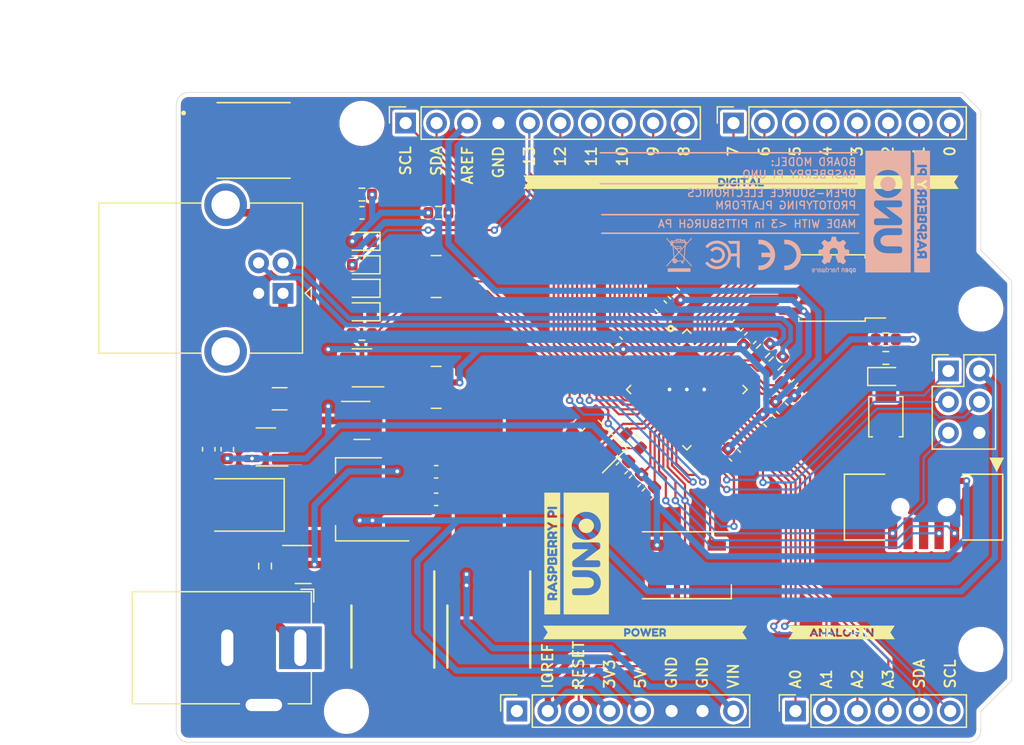
<source format=kicad_pcb>
(kicad_pcb (version 20211014) (generator pcbnew)
  (layers (0 "F.Cu" signal) (31 "B.Cu" signal) (34 "B.Paste" user) (35 "F.Paste" user) (36 "B.SilkS" user "B.Silkscreen") (37 "F.SilkS" user "F.Silkscreen") (38 "B.Mask" user) (39 "F.Mask" user) (44 "Edge.Cuts" user))
  (net 0 "")
  (net 1 "+3V3")
  (net 2 "Net-(C2-Pad2)")
  (net 3 "Net-(C3-Pad2)")
  (net 4 "/AREF")
  (net 5 "+1V1")
  (net 6 "Net-(D2-Pad1)")
  (net 7 "+5V")
  (net 8 "Net-(D1-Pad1)")
  (net 9 "Net-(D1-Pad2)")
  (net 10 "Net-(D2-Pad2)")
  (net 12 "/NEOPIXEL")
  (net 13 "Net-(D4-Pad1)")
  (net 14 "Net-(D5-Pad1)")
  (net 15 "/D13")
  (net 16 "Net-(D6-Pad1)")
  (net 17 "Net-(D7-Pad1)")
  (net 18 "Net-(F1-Pad1)")
  (net 19 "Net-(F1-Pad2)")
  (net 20 "Net-(FB1-Pad1)")
  (net 21 "/D-")
  (net 22 "/D+")
  (net 24 "/RESET")
  (net 25 "/VIN")
  (net 26 "/A00")
  (net 27 "/A01")
  (net 28 "/A02")
  (net 29 "/A03")
  (net 30 "/SDA0")
  (net 31 "/SCL0")
  (net 32 "/SCL1")
  (net 33 "/SDA1")
  (net 34 "/D12")
  (net 35 "/D11")
  (net 36 "/D10")
  (net 37 "/D09")
  (net 38 "/D08")
  (net 39 "/D07")
  (net 40 "/D06")
  (net 41 "/D05")
  (net 42 "/D04")
  (net 43 "/D03")
  (net 44 "/D02")
  (net 45 "/D01")
  (net 46 "/D00")
  (net 47 "/MISO")
  (net 48 "/SCK")
  (net 49 "/MOSI")
  (net 50 "/SWDIO")
  (net 51 "/SWCLK")
  (net 54 "Net-(Q1-Pad1)")
  (net 55 "Net-(R2-Pad2)")
  (net 56 "/DP")
  (net 57 "/DM")
  (net 58 "Net-(R6-Pad1)")
  (net 59 "/USB_HOSTEN")
  (net 60 "/QSPI_CS")
  (net 61 "/QSPI_DATA3")
  (net 62 "/QSPI_SCK")
  (net 63 "/QSPI_DATA0")
  (net 64 "/QSPI_DATA2")
  (net 65 "/QSPI_DATA1")
  (net 70 "/TXLED")
  (net 71 "/RXLED")
  (net 72 "GND")
  (footprint "Connector_PinHeader_2.54mm:PinHeader_2x03_P2.54mm_Vertical" (layer "F.Cu") (at 176.661 104.142)
    (fp_text reference "J7" hide)
    (fp_text value "ICSP")
  )
  (footprint "" (layer "F.Cu") (at 179.324 127)
    (fp_text reference "@HOLE1" hide)
    (fp_text value "")
  )
  (footprint "kibuzzard-639FD142" (layer "F.Cu") (at 144.145 119.126 90)
    (fp_text reference "kibuzzard-639FD142" hide)
    (fp_text value "G***" hide)
  )
  (footprint "Capacitor_SMD:C_0603_1608Metric" (layer "F.Cu") (at 115.951 110.5662 90)
    (fp_text reference "C15" hide)
    (fp_text value "10uF")
  )
  (footprint "Capacitor_SMD:C_0603_1608Metric" (layer "F.Cu") (at 161.9758 108.2548 -45)
    (fp_text reference "C9" hide)
    (fp_text value "0.1uF")
  )
  (footprint "Connector_BarrelJack:BarrelJack_Horizontal" (layer "F.Cu") (at 123.471 126.8595)
    (fp_text reference "J6" hide)
    (fp_text value "Barrel_Jack_Switch")
  )
  (footprint "LED_SMD:LED_0603_1608Metric" (layer "F.Cu") (at 171.5262 104.5972)
    (fp_text reference "D1" hide)
    (fp_text value "Blue")
  )
  (footprint "Capacitor_SMD:C_0603_1608Metric" (layer "F.Cu") (at 146.3548 108.585 -135)
    (fp_text reference "C2" hide)
    (fp_text value "22pF")
  )
  (footprint "kibuzzard-639FD17E" (layer "F.Cu") (at 146.939 119.126 90)
    (fp_text reference "kibuzzard-639FD17E" hide)
    (fp_text value "G***" hide)
  )
  (footprint "Capacitor_SMD:C_0603_1608Metric" (layer "F.Cu") (at 134.62 112.4204)
    (fp_text reference "C18" hide)
    (fp_text value "0.1uF")
  )
  (footprint "kibuzzard-639FD3EE" (layer "F.Cu") (at 159.639 88.646)
    (fp_text reference "kibuzzard-639FD3EE" hide)
    (fp_text value "G***" hide)
  )
  (footprint "Resistor_SMD:R_0603_1608Metric" (layer "F.Cu") (at 162.4838 103.5304 -135)
    (fp_text reference "R4" hide)
    (fp_text value "27.4")
  )
  (footprint "Capacitor_SMD:C_0603_1608Metric" (layer "F.Cu") (at 117.475 110.5662 90)
    (fp_text reference "C16" hide)
    (fp_text value "0.1uF")
  )
  (footprint "Capacitor_SMD:C_0603_1608Metric" (layer "F.Cu") (at 151.9936 114.2492 -135)
    (fp_text reference "C14" hide)
    (fp_text value "0.1uF")
  )
  (footprint "Connector_PinSocket_2.54mm:PinSocket_1x10_P2.54mm_Vertical" (layer "F.Cu") (at 132.11 83.795 90)
    (fp_text reference "J4" hide)
    (fp_text value "Conn_01x10")
  )
  (footprint "LED_SMD:LED_0603_1608Metric" (layer "F.Cu") (at 128.524 99.2886 180)
    (fp_text reference "D7" hide)
    (fp_text value "Yellow")
  )
  (footprint "Package_TO_SOT_SMD:SOT-223-3_TabPin2" (layer "F.Cu") (at 128.27 114.681 180)
    (fp_text reference "U5" hide)
    (fp_text value "NCP1117-5.0_SOT223")
  )
  (footprint "Capacitor_SMD:C_0603_1608Metric" (layer "F.Cu") (at 153.0604 98.8314 135)
    (fp_text reference "C8" hide)
    (fp_text value "0.1uF")
  )
  (footprint "Resistor_SMD:R_Array_Concave_4x0603" (layer "F.Cu") (at 134.62 105.4862)
    (fp_text reference "RN1" hide)
    (fp_text value "100K")
  )
  (footprint "LED_SMD:LED_0603_1608Metric" (layer "F.Cu") (at 128.524 95.4278 180)
    (fp_text reference "D5" hide)
    (fp_text value "Red")
  )
  (footprint "Crystal:Crystal_SMD_2520-4Pin_2.5x2.0mm" (layer "F.Cu") (at 148.098281 110.341507 135)
    (fp_text reference "Y1" hide)
    (fp_text value "12MHz")
  )
  (footprint "Resistor_SMD:R_0603_1608Metric" (layer "F.Cu") (at 150.7998 109.8804 135)
    (fp_text reference "R2" hide)
    (fp_text value "1K")
  )
  (footprint "Connector_PinSocket_2.54mm:PinSocket_1x08_P2.54mm_Vertical" (layer "F.Cu") (at 159.019 83.795 90)
    (fp_text reference "J5" hide)
    (fp_text value "Conn_01x08")
  )
  (footprint "" (layer "F.Cu") (at 179.324 99.06)
    (fp_text reference "@HOLE0" hide)
    (fp_text value "")
  )
  (footprint "" (layer "F.Cu") (at 127.254 132.08)
    (fp_text reference "@HOLE3" hide)
    (fp_text value "")
  )
  (footprint "LED_SMD:LED_WS2812B_PLCC4_5.0x5.0mm_P3.2mm" (layer "F.Cu") (at 155.194 120.0912)
    (fp_text reference "D3" hide)
    (fp_text value "WS2812B")
  )
  (footprint "RP Uno:SW_1-1437565-7" (layer "F.Cu") (at 119.634 85.217)
    (fp_text reference "SW1" hide)
    (fp_text value "1-1437565-7")
  )
  (footprint "Package_TO_SOT_SMD:SOT-23" (layer "F.Cu") (at 123.698 120.0302)
    (fp_text reference "Q2" hide)
    (fp_text value "FDN340P")
  )
  (footprint "Capacitor_SMD:C_0603_1608Metric" (layer "F.Cu") (at 163.0172 107.2134 135)
    (fp_text reference "C11" hide)
    (fp_text value "1uF")
  )
  (footprint "Package_TO_SOT_SMD:SOT-23-5" (layer "F.Cu") (at 128.524 103.886 180)
    (fp_text reference "U2" hide)
    (fp_text value "74LVC1G125")
  )
  (footprint "Capacitor_SMD:C_0603_1608Metric" (layer "F.Cu") (at 159.3596 100.4062 45)
    (fp_text reference "C13" hide)
    (fp_text value "0.1uF")
  )
  (footprint "RP Uno:2X05_1.27MM_BOX_POSTS" (layer "F.Cu") (at 174.625 115.316 180)
    (fp_text reference "J8" hide)
    (fp_text value "SWD")
  )
  (footprint "Resistor_SMD:R_Array_Concave_4x0603" (layer "F.Cu") (at 134.62 96.393)
    (fp_text reference "RN2" hide)
    (fp_text value "1K")
  )
  (footprint "Connector_PinSocket_2.54mm:PinSocket_1x06_P2.54mm_Vertical" (layer "F.Cu") (at 164.109 132.055 90)
    (fp_text reference "J3" hide)
    (fp_text value "Conn_01x06")
  )
  (footprint "Resistor_SMD:R_0603_1608Metric" (layer "F.Cu") (at 134.7978 91.1606 180)
    (fp_text reference "R5" hide)
    (fp_text value "0")
  )
  (footprint "Resistor_SMD:R_0603_1608Metric" (layer "F.Cu") (at 171.5262 101.5492 180)
    (fp_text reference "R9" hide)
    (fp_text value "10K")
  )
  (footprint "" (layer "F.Cu") (at 128.524 83.82)
    (fp_text reference "@HOLE2" hide)
    (fp_text value "")
  )
  (footprint "Capacitor_SMD:C_0603_1608Metric" (layer "F.Cu") (at 149.86 112.1156 45)
    (fp_text reference "C3" hide)
    (fp_text value "22pF")
  )
  (footprint "LED_SMD:LED_0603_1608Metric" (layer "F.Cu") (at 128.524 97.3582 180)
    (fp_text reference "D6" hide)
    (fp_text value "Yellow")
  )
  (footprint "LED_SMD:LED_0603_1608Metric" (layer "F.Cu") (at 128.524 93.4974 180)
    (fp_text reference "D4" hide)
    (fp_text value "Green")
  )
  (footprint "Capacitor_SMD:C_0603_1608Metric" (layer "F.Cu") (at 149.4282 101.8032 135)
    (fp_text reference "C7" hide)
    (fp_text value "0.1uF")
  )
  (footprint "Resistor_SMD:R_0603_1608Metric" (layer "F.Cu") (at 171.5262 103.0732)
    (fp_text reference "R7" hide)
    (fp_text value "1K")
  )
  (footprint "Package_TO_SOT_SMD:SOT-23" (layer "F.Cu") (at 128.524 108.204)
    (fp_text reference "Q1" hide)
    (fp_text value "FDN340P")
  )
  (footprint "RP Uno:CAPAE680X600N" (layer "F.Cu") (at 131.064 125.095 -90)
    (fp_text reference "C20" hide)
    (fp_text value "47uF" hide)
  )
  (footprint "Package_SO:SOIC-8_5.23x5.23mm_P1.27mm" (layer "F.Cu") (at 167.1066 97.3328 180)
    (fp_text reference "U4" hide)
    (fp_text value "W25Q32JVSS")
  )
  (footprint "Capacitor_SMD:C_0603_1608Metric" (layer "F.Cu") (at 134.62 114.681)
    (fp_text reference "C19" hide)
    (fp_text value "0.1uF")
  )
  (footprint "Connector_USB:USB_B_OST_USB-B1HSxx_Horizontal" (layer "F.Cu") (at 122.047 97.77 180)
    (fp_text reference "J1" hide)
    (fp_text value "USB_B")
  )
  (footprint "kibuzzard-639FD1FE" (layer "F.Cu") (at 167.894 125.603)
    (fp_text reference "kibuzzard-639FD1FE" hide)
    (fp_text value "G***" hide)
  )
  (footprint "Connector_PinSocket_2.54mm:PinSocket_1x08_P2.54mm_Vertical" (layer "F.Cu") (at 141.239 132.055 90)
    (fp_text reference "J2" hide)
    (fp_text value "Conn_01x08")
  )
  (footprint "Inductor_SMD:L_0603_1608Metric" (layer "F.Cu") (at 128.524 91.1606)
    (fp_text reference "FB1" hide)
    (fp_text value "FerriteBead_Small")
  )
  (footprint "Fuse:Fuse_1206_3216Metric" (layer "F.Cu") (at 121.7676 106.426)
    (fp_text reference "F1" hide)
    (fp_text value "500mA")
  )
  (footprint "RP Uno:QFN40P700X700X90-57N" (layer "F.Cu") (at 155.194 105.664 -45)
    (fp_text reference "U1" hide)
    (fp_text value "RP2040")
  )
  (footprint "Diode_SMD:D_SMB" (layer "F.Cu") (at 118.5926 115.1382 180)
    (fp_text reference "D2" hide)
    (fp_text value "D_Schottky")
  )
  (footprint "Resistor_SMD:R_0603_1608Metric" (layer "F.Cu") (at 120.5738 120.1552 90)
    (fp_text reference "R8" hide)
    (fp_text value "10K")
  )
  (footprint "Capacitor_SMD:C_0603_1608Metric" (layer "F.Cu") (at 160.401 101.4476 45)
    (fp_text reference "C4" hide)
    (fp_text value "0.1uF")
  )
  (footprint "Capacitor_SMD:C_0603_1608Metric" (layer "F.Cu") (at 150.9268 113.1824 -135)
    (fp_text reference "C6" hide)
    (fp_text value "0.1uF")
  )
  (footprint "Capacitor_SMD:C_0603_1608Metric" (layer "F.Cu") (at 154.1272 97.7646 135)
    (fp_text reference "C1" hide)
    (fp_text value "1uF")
  )
  (footprint "Package_TO_SOT_SMD:SOT-23-5" (layer "F.Cu") (at 120.6445 110.3782 180)
    (fp_text reference "U3" hide)
    (fp_text value "AP2112K-3.3")
  )
  (footprint "kibuzzard-639FD42A" (layer "F.Cu") (at 151.765 125.603)
    (fp_text reference "kibuzzard-639FD42A" hide)
    (fp_text value "G***" hide)
  )
  (footprint "Resistor_SMD:R_0603_1608Metric" (layer "F.Cu") (at 128.524 101.092)
    (fp_text reference "R6" hide)
    (fp_text value "330R")
  )
  (footprint "Capacitor_SMD:C_0603_1608Metric" (layer "F.Cu") (at 164.5666 105.6132 45)
    (fp_text reference "C10" hide)
    (fp_text value "0.1uF")
  )
  (footprint "RP Uno:CAPAE680X600N" (layer "F.Cu") (at 138.938 125.095 -90)
    (fp_text reference "C17" hide)
    (fp_text value "47uF" hide)
  )
  (footprint "Resistor_SMD:R_0603_1608Metric" (layer "F.Cu") (at 161.4424 102.489 -135)
    (fp_text reference "R3" hide)
    (fp_text value "27.4")
  )
  (footprint "Button_Switch_SMD:SW_SPST_B3U-1000P" (layer "F.Cu") (at 171.5262 107.8992 -90)
    (fp_text reference "SW2" hide)
    (fp_text value "BOOTSEL")
  )
  (footprint "Capacitor_SMD:C_0603_1608Metric" (layer "F.Cu") (at 163.5252 104.5718 45)
    (fp_text reference "C12" hide)
    (fp_text value "1uF")
  )
  (footprint "Capacitor_SMD:C_0603_1608Metric" (layer "F.Cu") (at 159.131 111.0742 -45)
    (fp_text reference "C5" hide)
    (fp_text value "0.1uF")
  )
  (footprint "Resistor_SMD:R_0603_1608Metric" (layer "F.Cu") (at 128.524 89.662 180)
    (fp_text reference "R1" hide)
    (fp_text value "10K")
  )
  (footprint "kibuzzard-639FD142" (layer "B.Cu") (at 174.498 91.059 90)
    (fp_text reference "kibuzzard-639FD142" hide)
    (fp_text value "G***" hide)
  )
  (footprint "kibuzzard-639FD17E" (layer "B.Cu") (at 171.704 91.059 90)
    (fp_text reference "kibuzzard-639FD17E" hide)
    (fp_text value "G***" hide)
  )
  (footprint "LOGO" (layer "B.Cu") (at 154.559 94.615 180)
    (fp_text reference "G***" hide)
    (fp_text value "LOGO" hide)
  )
  (footprint "LOGO" (layer "B.Cu") (at 167.259 94.6404 180)
    (fp_text reference "G***" hide)
    (fp_text value "LOGO" hide)
  )
  (footprint "LOGO" (layer "B.Cu") (at 162.814 94.615 180)
    (fp_text reference "G***" hide)
    (fp_text value "LOGO" hide)
  )
  (footprint "LOGO" (layer "B.Cu") (at 158.115 94.615 180)
    (fp_text reference "G***" hide)
    (fp_text value "LOGO" hide)
  )
  (gr_line (start 169.291 92.837) (end 148.209 92.837) (layer "B.SilkS") (width 0.127))
  (gr_line (start 169.164 88.773) (end 148.082 88.773) (layer "B.SilkS") (width 0.127))
  (gr_line (start 169.291 91.313) (end 148.209 91.313) (layer "B.SilkS") (width 0.127))
  (gr_line (start 169.164 86.233) (end 148.082 86.233) (layer "B.SilkS") (width 0.127))
  (gr_line (start 179.324 94.234) (end 181.864 96.774) (layer "Edge.Cuts") (width 0.05))
  (gr_line (start 181.864 129.54) (end 179.324 132.08) (layer "Edge.Cuts") (width 0.05))
  (gr_line (start 178.324 134.62) (end 114.284 134.62) (layer "Edge.Cuts") (width 0.05))
  (gr_arc (start 114.284 134.62) (mid 113.576893 134.327107) (end 113.284 133.62) (layer "Edge.Cuts") (width 0.05))
  (gr_arc (start 113.284 82.28) (mid 113.576893 81.572893) (end 114.284 81.28) (layer "Edge.Cuts") (width 0.05))
  (gr_line (start 113.284 133.62) (end 113.284 119.634) (layer "Edge.Cuts") (width 0.05))
  (gr_line (start 179.324 82.804) (end 179.324 94.234) (layer "Edge.Cuts") (width 0.05))
  (gr_arc (start 179.324 133.62) (mid 179.031107 134.327107) (end 178.324 134.62) (layer "Edge.Cuts") (width 0.05))
  (gr_line (start 179.324 132.08) (end 179.324 133.62) (layer "Edge.Cuts") (width 0.05))
  (gr_line (start 113.284 119.634) (end 113.284 82.28) (layer "Edge.Cuts") (width 0.05))
  (gr_line (start 177.8 81.28) (end 179.324 82.804) (layer "Edge.Cuts") (width 0.05))
  (gr_line (start 181.864 96.774) (end 181.864 129.54) (layer "Edge.Cuts") (width 0.05))
  (gr_line (start 114.284 81.28) (end 177.8 81.28) (layer "Edge.Cuts") (width 0.05))
  (gr_text "MADE WITH <3 in PITTSBURGH PA" (at 169.164 92.075) (layer "B.SilkS") (effects (font (size 0.635 0.635) (thickness 0.1016)) (justify left mirror)))
  (gr_text "BOARD MODEL: \nRASPBERRY PI UNO" (at 169.164 87.503) (layer "B.SilkS") (effects (font (size 0.635 0.635) (thickness 0.1016)) (justify left mirror)))
  (gr_text "OPEN-SOURCE ELECTRONICS\nPROTOTYPING PLATFORM" (at 169.164 90.043) (layer "B.SilkS") (effects (font (size 0.635 0.635) (thickness 0.1016)) (justify left mirror)))
  (gr_text "SDA" (at 174.7774 130.302 90) (layer "F.SilkS") (effects (font (size 0.8636 0.8636) (thickness 0.1524)) (justify left bottom)))
  (gr_text "A2" (at 169.6974 130.302 90) (layer "F.SilkS") (effects (font (size 0.8636 0.8636) (thickness 0.1524)) (justify left bottom)))
  (gr_text "6" (at 162.052 85.598 90) (layer "F.SilkS") (effects (font (size 0.8636 0.8636) (thickness 0.1524)) (justify right bottom)))
  (gr_text "0" (at 177.292 85.598 90) (layer "F.SilkS") (effects (font (size 0.8636 0.8636) (thickness 0.1524)) (justify right bottom)))
  (gr_text "RESET" (at 146.812 130.302 90) (layer "F.SilkS") (effects (font (size 0.8636 0.8636) (thickness 0.1524)) (justify left bottom)))
  (gr_text "11" (at 147.8534 85.598 90) (layer "F.SilkS") (effects (font (size 0.8636 0.8636) (thickness 0.1524)) (justify right bottom)))
  (gr_text "SCL" (at 177.3174 130.302 90) (layer "F.SilkS") (effects (font (size 0.8636 0.8636) (thickness 0.1524)) (justify left bottom)))
  (gr_text "A1" (at 167.1574 130.302 90) (layer "F.SilkS") (effects (font (size 0.8636 0.8636) (thickness 0.1524)) (justify left bottom)))
  (gr_text "IOREF" (at 144.272 130.302 90) (layer "F.SilkS") (effects (font (size 0.8636 0.8636) (thickness 0.1524)) (justify left bottom)))
  (gr_text "A3" (at 172.2374 130.302 90) (layer "F.SilkS") (effects (font (size 0.8636 0.8636) (thickness 0.1524)) (justify left bottom)))
  (gr_text "SDA" (at 135.1534 85.598 90) (layer "F.SilkS") (effects (font (size 0.8636 0.8636) (thickness 0.1524)) (justify right bottom)))
  (gr_text "3V3" (at 149.352 130.302 90) (layer "F.SilkS") (effects (font (size 0.8636 0.8636) (thickness 0.1524)) (justify left bottom)))
  (gr_text "3" (at 169.672 85.598 90) (layer "F.SilkS") (effects (font (size 0.8636 0.8636) (thickness 0.1524)) (justify right bottom)))
  (gr_text "GND" (at 154.432 130.302 90) (layer "F.SilkS") (effects (font (size 0.8636 0.8636) (thickness 0.1524)) (justify left bottom)))
  (gr_text "4" (at 167.132 85.598 90) (layer "F.SilkS") (effects (font (size 0.8636 0.8636) (thickness 0.1524)) (justify right bottom)))
  (gr_text "12" (at 145.3134 85.598 90) (layer "F.SilkS") (effects (font (size 0.8636 0.8636) (thickness 0.1524)) (justify right bottom)))
  (gr_text "GND" (at 140.2334 85.598 90) (layer "F.SilkS") (effects (font (size 0.8636 0.8636) (thickness 0.1524)) (justify right bottom)))
  (gr_text "5" (at 164.592 85.598 90) (layer "F.SilkS") (effects (font (size 0.8636 0.8636) (thickness 0.1524)) (justify right bottom)))
  (gr_text "A0" (at 164.6174 130.302 90) (layer "F.SilkS") (effects (font (size 0.8636 0.8636) (thickness 0.1524)) (justify left bottom)))
  (gr_text "8" (at 155.4734 85.598 90) (layer "F.SilkS") (effects (font (size 0.8636 0.8636) (thickness 0.1524)) (justify right bottom)))
  (gr_text "GND" (at 156.972 130.302 90) (layer "F.SilkS") (effects (font (size 0.8636 0.8636) (thickness 0.1524)) (justify left bottom)))
  (gr_text "5V" (at 151.892 130.302 90) (layer "F.SilkS") (effects (font (size 0.8636 0.8636) (thickness 0.1524)) (justify left bottom)))
  (gr_text "10" (at 150.3934 85.598 90) (layer "F.SilkS") (effects (font (size 0.8636 0.8636) (thickness 0.1524)) (justify right bottom)))
  (gr_text "9" (at 152.9334 85.598 90) (layer "F.SilkS") (effects (font (size 0.8636 0.8636) (thickness 0.1524)) (justify right bottom)))
  (gr_text "13" (at 142.7734 85.598 90) (layer "F.SilkS") (effects (font (size 0.8636 0.8636) (thickness 0.1524)) (justify right bottom)))
  (gr_text "1" (at 174.752 85.598 90) (layer "F.SilkS") (effects (font (size 0.8636 0.8636) (thickness 0.1524)) (justify right bottom)))
  (gr_text "SCL" (at 132.6134 85.598 90) (layer "F.SilkS") (effects (font (size 0.8636 0.8636) (thickness 0.1524)) (justify right bottom)))
  (gr_text "7" (at 159.512 85.598 90) (layer "F.SilkS") (effects (font (size 0.8636 0.8636) (thickness 0.1524)) (justify right bottom)))
  (gr_text "AREF" (at 137.6934 85.598 90) (layer "F.SilkS") (effects (font (size 0.8636 0.8636) (thickness 0.1524)) (justify right bottom)))
  (gr_text "VIN" (at 159.512 130.302 90) (layer "F.SilkS") (effects (font (size 0.8636 0.8636) (thickness 0.1524)) (justify left bottom)))
  (gr_text "2" (at 172.212 85.598 90) (layer "F.SilkS") (effects (font (size 0.8636 0.8636) (thickness 0.1524)) (justify right bottom)))
  (segment (start 161.472906 105.664) (end 162.507818 105.664) (width 0.1778) (layer "F.Cu") (net 1))
  (segment (start 145.796 127.7366) (end 143.779 129.7536) (width 0.508) (layer "F.Cu") (net 1))
  (segment (start 153.608408 99.379408) (end 154.675208 98.312608) (width 0.508) (layer "F.Cu") (net 1))
  (segment (start 159.461389 106.254434) (end 160.913747 107.706792) (width 0.1778) (layer "F.Cu") (net 1))
  (segment (start 162.507818 105.664) (end 162.711709 105.867891) (width 0.1778) (layer "F.Cu") (net 1))
  (segment (start 143.779 129.7536) (end 143.779 132.055) (width 0.508) (layer "F.Cu") (net 1))
  (segment (start 152.744 118.4412) (end 154.3812 120.0784) (width 0.508) (layer "F.Cu") (net 1))
  (segment (start 136.5314 105.0862) (end 136.5504 105.1052) (width 0.508) (layer "F.Cu") (net 1))
  (segment (start 160.202906 104.394) (end 161.472906 105.664) (width 0.1778) (layer "F.Cu") (net 1))
  (segment (start 158.047176 103.623624) (end 159.675192 101.995608) (width 0.1778) (layer "F.Cu") (net 1))
  (segment (start 152.1968 108.944043) (end 152.1968 111.9124) (width 0.1778) (layer "F.Cu") (net 1))
  (segment (start 159.57527 104.394) (end 160.202906 104.394) (width 0.1778) (layer "F.Cu") (net 1))
  (segment (start 159.178547 104.790723) (end 159.57527 104.394) (width 0.1778) (layer "F.Cu") (net 1))
  (segment (start 160.913747 107.706792) (end 161.427792 107.706792) (width 0.1778) (layer "F.Cu") (net 1))
  (segment (start 153.608408 99.379408) (end 153.608408 100.401453) (width 0.1778) (layer "F.Cu") (net 1))
  (segment (start 151.638 127.7366) (end 145.796 127.7366) (width 0.508) (layer "F.Cu") (net 1))
  (segment (start 153.608408 100.401453) (end 154.603566 101.396611) (width 0.1778) (layer "F.Cu") (net 1))
  (segment (start 162.716161 105.863439) (end 163.01393 106.161208) (width 0.1778) (layer "F.Cu") (net 1))
  (segment (start 178.1466 113.166) (end 177.165 113.166) (width 0.508) (layer "F.Cu") (net 1))
  (segment (start 157.764333 103.373067) (end 158.4198 102.7176) (width 0.1778) (layer "F.Cu") (net 1))
  (segment (start 158.4198 102.7176) (end 158.9532 102.7176) (width 0.1778) (layer "F.Cu") (net 1))
  (segment (start 135.47 105.0862) (end 136.5314 105.0862) (width 0.508) (layer "F.Cu") (net 1))
  (segment (start 158.047176 103.659352) (end 158.047176 103.623624) (width 0.1778) (layer "F.Cu") (net 1))
  (segment (start 152.1968 111.9124) (end 151.474808 112.634392) (width 0.1778) (layer "F.Cu") (net 1))
  (segment (start 164.7952 99.2378) (end 163.5066 99.2378) (width 0.508) (layer "F.Cu") (net 1))
  (segment (start 172.3512 101.5492) (end 173.736 101.5492) (width 0.508) (layer "F.Cu") (net 1))
  (segment (start 154.3812 124.9934) (end 151.638 127.7366) (width 0.508) (layer "F.Cu") (net 1))
  (segment (start 149.976208 102.351208) (end 150.466994 102.351208) (width 0.1778) (layer "F.Cu") (net 1))
  (segment (start 152.90651 108.234333) (end 152.1968 108.944043) (width 0.1778) (layer "F.Cu") (net 1))
  (segment (start 158.582992 110.467206) (end 156.915805 108.800019) (width 0.1778) (layer "F.Cu") (net 1))
  (segment (start 117.4874 111.3282) (end 115.9634 111.3282) (width 0.508) (layer "F.Cu") (net 1))
  (segment (start 154.3812 120.0784) (end 154.3812 124.9934) (width 0.508) (layer "F.Cu") (net 1))
  (segment (start 150.466994 102.351208) (end 152.057981 103.942195) (width 0.1778) (layer "F.Cu") (net 1))
  (segment (start 163.01393 106.161208) (end 164.018592 106.161208) (width 0.1778) (layer "F.Cu") (net 1))
  (via (at 154.675208 98.312608) (size 0.6096) (drill 0.3048) (layers "F.Cu" "B.Cu") (net 1))
  (via (at 133.9728 91.1606) (size 0.6096) (drill 0.3048) (layers "F.Cu" "B.Cu") (net 1))
  (via (at 158.582992 110.526192) (size 0.6096) (drill 0.3048) (layers "F.Cu" "B.Cu") (net 1))
  (via (at 164.7952 99.2378) (size 0.6096) (drill 0.3048) (layers "F.Cu" "B.Cu") (net 1))
  (via (at 125.7554 107.0356) (size 0.6096) (drill 0.3048) (layers "F.Cu" "B.Cu") (net 1))
  (via (at 152.744 118.4412) (size 0.6096) (drill 0.3048) (layers "F.Cu" "B.Cu") (net 1))
  (via (at 164.018592 106.161208) (size 0.6096) (drill 0.3048) (layers "F.Cu" "B.Cu") (net 1))
  (via (at 178.1466 113.166) (size 0.6096) (drill 0.3048) (layers "F.Cu" "B.Cu") (net 1))
  (via (at 127.7365 93.4974) (size 0.6096) (drill 0.3048) (layers "F.Cu" "B.Cu") (net 1))
  (via (at 117.4874 111.3282) (size 0.6096) (drill 0.3048) (layers "F.Cu" "B.Cu") (net 1))
  (via (at 129.3622 89.662) (size 0.6096) (drill 0.3048) (layers "F.Cu" "B.Cu") (net 1))
  (via (at 125.7554 102.362) (size 0.6096) (drill 0.3048) (layers "F.Cu" "B.Cu") (net 1))
  (via (at 173.736 101.5492) (size 0.6096) (drill 0.3048) (layers "F.Cu" "B.Cu") (net 1))
  (via (at 151.474808 112.634392) (size 0.6096) (drill 0.3048) (layers "F.Cu" "B.Cu") (net 1))
  (via (at 136.5504 105.1052) (size 0.6096) (drill 0.3048) (layers "F.Cu" "B.Cu") (net 1))
  (via (at 159.852992 101.995608) (size 0.6096) (drill 0.3048) (layers "F.Cu" "B.Cu") (net 1))
  (via (at 149.976208 102.351208) (size 0.6096) (drill 0.3048) (layers "F.Cu" "B.Cu") (net 1))
  (via (at 119.507 111.3282) (size 0.6096) (drill 0.3048) (layers "F.Cu" "B.Cu") (net 1))
  (via (at 161.427792 107.706792) (size 0.6096) (drill 0.3048) (layers "F.Cu" "B.Cu") (net 1))
  (segment (start 165.1762 102.87) (end 161.7218 106.3244) (width 0.508) (layer "B.Cu") (net 1))
  (segment (start 161.7218 106.3244) (end 161.7218 106.553) (width 0.508) (layer "B.Cu") (net 1))
  (segment (start 126.6698 108.6104) (end 147.450816 108.6104) (width 0.508) (layer "B.Cu") (net 1))
  (segment (start 165.1762 99.6188) (end 165.1762 102.87) (width 0.508) (layer "B.Cu") (net 1))
  (segment (start 152.7302 113.889784) (end 152.7302 118.4274) (width 0.508) (layer "B.Cu") (net 1))
  (segment (start 161.732592 107.401992) (end 161.427792 107.706792) (width 0.508) (layer "B.Cu") (net 1))
  (segment (start 138.110592 102.351208) (end 149.976208 102.351208) (width 0.508) (layer "B.Cu") (net 1))
  (segment (start 125.7554 107.0356) (end 125.7554 109.5248) (width 0.508) (layer "B.Cu") (net 1))
  (segment (start 159.497392 102.351208) (end 149.976208 102.351208) (width 0.508) (layer "B.Cu") (net 1))
  (segment (start 168.6306 101.5492) (end 162.777808 107.401992) (width 0.508) (layer "B.Cu") (net 1))
  (segment (start 173.736 101.5492) (end 168.6306 101.5492) (width 0.508) (layer "B.Cu") (net 1))
  (segment (start 164.7952 99.2378) (end 165.1762 99.6188) (width 0.508) (layer "B.Cu") (net 1))
  (segment (start 156.972 119.3546) (end 152.8191 115.2017) (width 0.508) (layer "B.Cu") (net 1))
  (segment (start 136.5504 103.9114) (end 138.110592 102.351208) (width 0.508) (layer "B.Cu") (net 1))
  (segment (start 133.9728 91.1606) (end 130.0733 91.1606) (width 0.508) (layer "B.Cu") (net 1))
  (segment (start 125.7808 102.362) (end 125.791592 102.351208) (width 0.508) (layer "B.Cu") (net 1))
  (segment (start 147.450816 108.6104) (end 152.7302 113.889784) (width 0.508) (layer "B.Cu") (net 1))
  (segment (start 161.7218 107.387384) (end 161.7218 106.553) (width 0.508) (layer "B.Cu") (net 1))
  (segment (start 148.859 132.055) (end 147.2838 130.4798) (width 0.508) (layer "B.Cu") (net 1))
  (segment (start 152.7302 118.4274) (end 152.744 118.4412) (width 0.508) (layer "B.Cu") (net 1))
  (segment (start 123.952 111.3282) (end 125.2474 110.0328) (width 0.508) (layer "B.Cu") (net 1))
  (segment (start 159.852992 101.995608) (end 159.497392 102.351208) (width 0.508) (layer "B.Cu") (net 1))
  (segment (start 125.7554 109.5248) (end 125.2474 110.0328) (width 0.508) (layer "B.Cu") (net 1))
  (segment (start 123.952 111.3282) (end 119.507 111.3282) (width 0.508) (layer "B.Cu") (net 1))
  (segment (start 159.852992 102.499792) (end 159.852992 101.995608) (width 0.508) (layer "B.Cu") (net 1))
  (segment (start 128.63825 92.59565) (end 127.7365 93.4974) (width 0.508) (layer "B.Cu") (net 1))
  (segment (start 117.4874 111.3282) (end 119.507 111.3282) (width 0.508) (layer "B.Cu") (net 1))
  (segment (start 163.870008 98.312608) (end 154.675208 98.312608) (width 0.508) (layer "B.Cu") (net 1))
  (segment (start 129.3622 89.662) (end 129.3622 91.8717) (width 0.508) (layer "B.Cu") (net 1))
  (segment (start 161.387784 107.7214) (end 160.475292 108.633892) (width 0.508) (layer "B.Cu") (net 1))
  (segment (start 178.1466 117.8142) (end 176.6062 119.3546) (width 0.508) (layer "B.Cu") (net 1))
  (segment (start 145.3542 130.4798) (end 143.779 132.055) (width 0.508) (layer "B.Cu") (net 1))
  (segment (start 162.777808 107.401992) (end 161.732592 107.401992) (width 0.508) (layer "B.Cu") (net 1))
  (segment (start 160.475292 108.633892) (end 158.582992 110.526192) (width 0.508) (layer "B.Cu") (net 1))
  (segment (start 164.7952 99.2378) (end 163.870008 98.312608) (width 0.508) (layer "B.Cu") (net 1))
  (segment (start 129.3622 91.8717) (end 128.63825 92.59565) (width 0.508) (layer "B.Cu") (net 1))
  (segment (start 130.0733 91.1606) (end 128.63825 92.59565) (width 0.508) (layer "B.Cu") (net 1))
  (segment (start 126.6698 108.6104) (end 125.2474 110.0328) (width 0.508) (layer "B.Cu") (net 1))
  (segment (start 161.7218 104.3686) (end 159.852992 102.499792) (width 0.508) (layer "B.Cu") (net 1))
  (segment (start 136.5504 105.1052) (end 136.5504 103.9114) (width 0.508) (layer "B.Cu") (net 1))
  (segment (start 125.791592 102.351208) (end 138.110592 102.351208) (width 0.508) (layer "B.Cu") (net 1))
  (segment (start 178.1466 113.166) (end 178.1466 117.8142) (width 0.508) (layer "B.Cu") (net 1))
  (segment (start 145.3542 130.4798) (end 147.2838 130.4798) (width 0.508) (layer "B.Cu") (net 1))
  (segment (start 160.475292 108.633892) (end 161.7218 107.387384) (width 0.508) (layer "B.Cu") (net 1))
  (segment (start 176.6062 119.3546) (end 156.972 119.3546) (width 0.508) (layer "B.Cu") (net 1))
  (segment (start 161.7218 106.553) (end 161.7218 104.3686) (width 0.508) (layer "B.Cu") (net 1))
  (segment (start 147.021479 110.265355) (end 148.165597 110.265355) (width 0.1778) (layer "F.Cu") (net 2))
  (segment (start 148.165597 110.265355) (end 149.947552 108.4834) (width 0.1778) (layer "F.Cu") (net 2))
  (segment (start 151.526072 108.4834) (end 152.340824 107.668648) (width 0.1778) (layer "F.Cu") (net 2))
  (segment (start 149.947552 108.4834) (end 151.526072 108.4834) (width 0.1778) (layer "F.Cu") (net 2))
  (segment (start 145.889132 109.133008) (end 146.984588 110.228464) (width 0.1778) (layer "F.Cu") (net 2))
  (segment (start 149.226022 110.475952) (end 151.370974 110.475952) (width 0.1778) (layer "F.Cu") (net 3))
  (segment (start 150.303614 111.567592) (end 149.211974 110.475952) (width 0.1778) (layer "F.Cu") (net 3))
  (segment (start 159.461389 105.073566) (end 159.785355 104.7496) (width 0.1778) (layer "F.Cu") (net 4))
  (segment (start 161.8234 106.0196) (end 162.469192 106.665392) (width 0.1778) (layer "F.Cu") (net 4))
  (segment (start 160.055612 104.7496) (end 161.325612 106.0196) (width 0.1778) (layer "F.Cu") (net 4))
  (segment (start 159.785355 104.7496) (end 160.055612 104.7496) (width 0.1778) (layer "F.Cu") (net 4))
  (segment (start 161.325612 106.0196) (end 161.8234 106.0196) (width 0.1778) (layer "F.Cu") (net 4))
  (via (at 135.6228 91.1606) (size 0.6096) (drill 0.3048) (layers "F.Cu" "B.Cu") (net 4))
  (via (at 162.469192 106.665392) (size 0.6096) (drill 0.3048) (layers "F.Cu" "B.Cu") (net 4))
  (segment (start 135.6228 85.3622) (end 137.19 83.795) (width 0.508) (layer "B.Cu") (net 4))
  (segment (start 165.989 99.314) (end 165.989 103.145584) (width 0.508) (layer "B.Cu") (net 4))
  (segment (start 135.6228 91.1606) (end 135.6228 93.7128) (width 0.508) (layer "B.Cu") (net 4))
  (segment (start 139.4714 97.5614) (end 164.2364 97.5614) (width 0.508) (layer "B.Cu") (net 4))
  (segment (start 135.6228 93.7128) (end 139.4714 97.5614) (width 0.508) (layer "B.Cu") (net 4))
  (segment (start 165.989 103.145584) (end 162.469192 106.665392) (width 0.508) (layer "B.Cu") (net 4))
  (segment (start 164.2364 97.5614) (end 165.989 99.314) (width 0.508) (layer "B.Cu") (net 4))
  (segment (start 135.6228 91.1606) (end 135.6228 85.3622) (width 0.508) (layer "B.Cu") (net 4))
  (segment (start 155.0162 108.4326) (end 155.6766 108.4326) (width 0.1778) (layer "F.Cu") (net 5))
  (segment (start 161.6202 105.3084) (end 162.7886 105.3084) (width 0.1778) (layer "F.Cu") (net 5))
  (segment (start 157.484933 103.093667) (end 158.369 102.2096) (width 0.1778) (layer "F.Cu") (net 5))
  (segment (start 153.7208 107.9754) (end 154.559 107.9754) (width 0.1778) (layer "F.Cu") (net 5))
  (segment (start 154.559 107.9754) (end 155.0162 108.4326) (width 0.1778) (layer "F.Cu") (net 5))
  (segment (start 157.8356 105.8418) (end 157.8356 104.8766) (width 0.1778) (layer "F.Cu") (net 5))
  (segment (start 153.189352 108.506848) (end 153.7208 107.9754) (width 0.1778) (layer "F.Cu") (net 5))
  (segment (start 152.5524 109.154128) (end 152.5524 113.6904) (width 0.1778) (layer "F.Cu") (net 5))
  (segment (start 157.8356 104.8766) (end 157.0736 104.1146) (width 0.1778) (layer "F.Cu") (net 5))
  (segment (start 153.189352 108.517176) (end 152.5524 109.154128) (width 0.1778) (layer "F.Cu") (net 5))
  (segment (start 157.8356 106.2736) (end 157.8356 105.8418) (width 0.1778) (layer "F.Cu") (net 5))
  (segment (start 157.8356 105.567984) (end 158.895704 104.50788) (width 0.1778) (layer "F.Cu") (net 5))
  (segment (start 160.3502 104.0384) (end 161.6202 105.3084) (width 0.1778) (layer "F.Cu") (net 5))
  (segment (start 157.8356 105.8418) (end 157.8356 105.567984) (width 0.1778) (layer "F.Cu") (net 5))
  (segment (start 157.0736 104.1146) (end 157.0736 103.501557) (width 0.1778) (layer "F.Cu") (net 5))
  (segment (start 159.3596 104.0384) (end 160.3502 104.0384) (width 0.1778) (layer "F.Cu") (net 5))
  (segment (start 155.6766 108.4326) (end 157.8356 106.2736) (width 0.1778) (layer "F.Cu") (net 5))
  (segment (start 157.0736 103.501557) (end 157.48149 103.093667) (width 0.1778) (layer "F.Cu") (net 5))
  (segment (start 158.369 102.2096) (end 158.369 101.3968) (width 0.1778) (layer "F.Cu") (net 5))
  (segment (start 158.895704 104.502296) (end 159.3596 104.0384) (width 0.1778) (layer "F.Cu") (net 5))
  (segment (start 158.369 101.3968) (end 158.811592 100.954208) (width 0.1778) (layer "F.Cu") (net 5))
  (segment (start 120.5738 120.9802) (end 119.7864 120.9802) (width 0.762) (layer "F.Cu") (net 6))
  (segment (start 120.5738 120.9802) (end 122.7605 120.9802) (width 0.762) (layer "F.Cu") (net 6))
  (segment (start 118.9482 116.9326) (end 120.7426 115.1382) (width 0.762) (layer "F.Cu") (net 6))
  (segment (start 119.7864 120.9802) (end 118.9482 120.142) (width 0.762) (layer "F.Cu") (net 6))
  (segment (start 118.9482 120.142) (end 118.9482 116.9326) (width 0.762) (layer "F.Cu") (net 6))
  (via (at 129.3876 116.4082) (size 0.6096) (drill 0.3048) (layers "F.Cu" "B.Cu") (net 7))
  (via (at 128.3462 116.4082) (size 0.6096) (drill 0.3048) (layers "F.Cu" "B.Cu") (net 7))
  (segment (start 136.4234 116.4082) (end 133.0706 119.761) (width 0.508) (layer "B.Cu") (net 7))
  (segment (start 180.4828 105.4238) (end 180.4828 119.4658) (width 0.508) (layer "B.Cu") (net 7))
  (segment (start 133.0706 119.761) (end 133.0706 125.5268) (width 0.508) (layer "B.Cu") (net 7))
  (segment (start 177.7238 122.2248) (end 151.9936 122.2248) (width 0.508) (layer "B.Cu") (net 7))
  (segment (start 148.0712 128.7272) (end 151.399 132.055) (width 0.508) (layer "B.Cu") (net 7))
  (segment (start 151.9936 122.2248) (end 146.177 116.4082) (width 0.508) (layer "B.Cu") (net 7))
  (segment (start 136.271 128.7272) (end 148.0712 128.7272) (width 0.508) (layer "B.Cu") (net 7))
  (segment (start 179.201 104.142) (end 180.4828 105.4238) (width 0.508) (layer "B.Cu") (net 7))
  (segment (start 129.667 116.4082) (end 129.3876 116.4082) (width 0.508) (layer "B.Cu") (net 7))
  (segment (start 129.667 116.4082) (end 128.3462 116.4082) (width 0.508) (layer "B.Cu") (net 7))
  (segment (start 180.4828 119.4658) (end 177.7238 122.2248) (width 0.508) (layer "B.Cu") (net 7))
  (segment (start 146.177 116.4082) (end 137.9982 116.4082) (width 0.508) (layer "B.Cu") (net 7))
  (segment (start 137.9982 116.4082) (end 129.667 116.4082) (width 0.508) (layer "B.Cu") (net 7))
  (segment (start 137.9982 116.4082) (end 136.4234 116.4082) (width 0.508) (layer "B.Cu") (net 7))
  (segment (start 133.0706 125.5268) (end 136.271 128.7272) (width 0.508) (layer "B.Cu") (net 7))
  (segment (start 171.5262 105.3847) (end 171.5262 106.1992) (width 0.1778) (layer "F.Cu") (net 8))
  (segment (start 170.7387 104.5972) (end 171.5262 105.3847) (width 0.1778) (layer "F.Cu") (net 8))
  (segment (start 172.3512 103.0732) (end 172.3512 104.5597) (width 0.1778) (layer "F.Cu") (net 9))
  (segment (start 116.4426 121.2432) (end 118.6434 123.444) (width 0.762) (layer "F.Cu") (net 10))
  (segment (start 116.4426 115.1382) (end 116.4426 121.2432) (width 0.762) (layer "F.Cu") (net 10))
  (segment (start 120.0555 123.444) (end 123.471 126.8595) (width 0.762) (layer "F.Cu") (net 10))
  (segment (start 118.6434 123.444) (end 120.0555 123.444) (width 0.762) (layer "F.Cu") (net 10))
  (segment (start 156.3624 110.509355) (end 156.3624 111.7346) (width 0.1778) (layer "F.Cu") (net 12))
  (segment (start 157.099 112.4712) (end 157.099 118.4412) (width 0.1778) (layer "F.Cu") (net 12))
  (segment (start 155.784434 109.931389) (end 156.3624 110.509355) (width 0.1778) (layer "F.Cu") (net 12))
  (segment (start 156.3624 111.7346) (end 157.099 112.4712) (width 0.1778) (layer "F.Cu") (net 12))
  (segment (start 131.0071 95.193) (end 133.77 95.193) (width 0.1778) (layer "F.Cu") (net 13))
  (segment (start 129.3115 93.4974) (end 131.0071 95.193) (width 0.1778) (layer "F.Cu") (net 13))
  (segment (start 129.8767 95.993) (end 133.77 95.993) (width 0.1778) (layer "F.Cu") (net 14))
  (segment (start 129.3115 95.4278) (end 129.8767 95.993) (width 0.1778) (layer "F.Cu") (net 14))
  (segment (start 148.9456 105.029) (end 145.415 101.4984) (width 0.1778) (layer "F.Cu") (net 15))
  (segment (start 150.83813 106.9086) (end 149.941306 106.9086) (width 0.1778) (layer "F.Cu") (net 15))
  (segment (start 133.9596 92.583) (end 139.3952 92.583) (width 0.1778) (layer "F.Cu") (net 15))
  (segment (start 151.209453 106.537277) (end 150.83813 106.9086) (width 0.1778) (layer "F.Cu") (net 15))
  (segment (start 145.415 101.4984) (end 145.415 91.0082) (width 0.1778) (layer "F.Cu") (net 15))
  (segment (start 149.941306 106.9086) (end 148.9456 105.912894) (width 0.1778) (layer "F.Cu") (net 15))
  (segment (start 145.415 91.0082) (end 142.27 87.8632) (width 0.1778) (layer "F.Cu") (net 15))
  (segment (start 142.27 87.8632) (end 142.27 83.795) (width 0.1778) (layer "F.Cu") (net 15))
  (segment (start 148.9456 105.912894) (end 148.9456 105.029) (width 0.1778) (layer "F.Cu") (net 15))
  (via (at 133.9596 92.583) (size 0.6096) (drill 0.3048) (layers "F.Cu" "B.Cu") (net 15))
  (via (at 127.7365 95.4278) (size 0.6096) (drill 0.3048) (layers "F.Cu" "B.Cu") (net 15))
  (via (at 139.3952 92.583) (size 0.6096) (drill 0.3048) (layers "F.Cu" "B.Cu") (net 15))
  (segment (start 133.9596 92.583) (end 130.5813 92.583) (width 0.1778) (layer "B.Cu") (net 15))
  (segment (start 130.5813 92.583) (end 127.7365 95.4278) (width 0.1778) (layer "B.Cu") (net 15))
  (segment (start 142.27 89.7082) (end 142.27 83.795) (width 0.1778) (layer "B.Cu") (net 15))
  (segment (start 139.3952 92.583) (end 142.27 89.7082) (width 0.1778) (layer "B.Cu") (net 15))
  (segment (start 129.3115 97.3582) (end 129.8767 96.793) (width 0.1778) (layer "F.Cu") (net 16))
  (segment (start 129.8767 96.793) (end 133.77 96.793) (width 0.1778) (layer "F.Cu") (net 16))
  (segment (start 129.3115 99.2886) (end 131.0071 97.593) (width 0.1778) (layer "F.Cu") (net 17))
  (segment (start 131.0071 97.593) (end 133.77 97.593) (width 0.1778) (layer "F.Cu") (net 17))
  (segment (start 122.047 102.8446) (end 122.047 97.77) (width 0.762) (layer "F.Cu") (net 18))
  (segment (start 120.3676 104.524) (end 122.047 102.8446) (width 0.762) (layer "F.Cu") (net 18))
  (segment (start 120.3676 106.426) (end 120.3676 104.524) (width 0.762) (layer "F.Cu") (net 18))
  (segment (start 129.4615 108.204) (end 124.9456 108.204) (width 0.635) (layer "F.Cu") (net 19))
  (segment (start 124.9456 108.204) (end 123.1676 106.426) (width 0.635) (layer "F.Cu") (net 19))
  (segment (start 117.9976 91.1606) (end 127.7365 91.1606) (width 0.635) (layer "F.Cu") (net 20))
  (via (at 163.067163 102.947037) (size 0.6096) (drill 0.3048) (layers "F.Cu" "B.Cu") (net 21))
  (segment (start 163.0172 99.822) (end 127.458631 99.822) (width 0.381) (layer "B.Cu") (net 21))
  (segment (start 127.458631 99.822) (end 123.597831 95.9612) (width 0.381) (layer "B.Cu") (net 21))
  (segment (start 123.597831 95.9612) (end 122.7382 95.9612) (width 0.381) (layer "B.Cu") (net 21))
  (segment (start 163.067163 102.2641) (end 163.703 101.628263) (width 0.381) (layer "B.Cu") (net 21))
  (segment (start 163.703 100.507799) (end 163.0172 99.822) (width 0.381) (layer "B.Cu") (net 21))
  (segment (start 163.703 101.628263) (end 163.703 100.507799) (width 0.381) (layer "B.Cu") (net 21))
  (segment (start 122.7382 95.9612) (end 122.047 95.27) (width 0.381) (layer "B.Cu") (net 21))
  (segment (start 163.067163 102.947037) (end 163.067163 102.2641) (width 0.381) (layer "B.Cu") (net 21))
  (via (at 162.025763 101.905637) (size 0.6096) (drill 0.3048) (layers "F.Cu" "B.Cu") (net 22))
  (segment (start 162.025763 101.905637) (end 162.635363 101.905637) (width 0.381) (layer "B.Cu") (net 22))
  (segment (start 123.366369 96.52) (end 121.297 96.52) (width 0.381) (layer "B.Cu") (net 22))
  (segment (start 162.635363 101.905637) (end 163.1442 101.3968) (width 0.381) (layer "B.Cu") (net 22))
  (segment (start 121.297 96.52) (end 120.047 95.27) (width 0.381) (layer "B.Cu") (net 22))
  (segment (start 127.227169 100.3808) (end 123.366369 96.52) (width 0.381) (layer "B.Cu") (net 22))
  (segment (start 162.785738 100.3808) (end 127.227169 100.3808) (width 0.381) (layer "B.Cu") (net 22))
  (segment (start 163.1442 100.739262) (end 162.785738 100.3808) (width 0.381) (layer "B.Cu") (net 22))
  (segment (start 163.1442 101.3968) (end 163.1442 100.739262) (width 0.381) (layer "B.Cu") (net 22))
  (segment (start 147.7772 105.4862) (end 144.272 101.981) (width 0.1778) (layer "F.Cu") (net 24))
  (segment (start 153.6192 109.8042) (end 154.03788 109.38552) (width 0.1778) (layer "F.Cu") (net 24))
  (segment (start 123.839 87.4645) (end 115.429 87.4645) (width 0.1778) (layer "F.Cu") (net 24))
  (segment (start 153.6192 112.0394) (end 153.6192 109.8042) (width 0.1778) (layer "F.Cu") (net 24))
  (segment (start 147.8026 128.3716) (end 146.319 129.8552) (width 0.1778) (layer "F.Cu") (net 24))
  (segment (start 123.839 87.4645) (end 129.9595 87.4645) (width 0.1778) (layer "F.Cu") (net 24))
  (segment (start 155.0416 114.7826) (end 155.0416 114.4016) (width 0.1778) (layer "F.Cu") (net 24))
  (segment (start 151.9428 128.3716) (end 147.8026 128.3716) (width 0.1778) (layer "F.Cu") (net 24))
  (segment (start 144.272 91.5416) (end 141.605 88.8746) (width 0.1778) (layer "F.Cu") (net 24))
  (segment (start 148.7424 107.3658) (end 147.7772 106.4006) (width 0.1778) (layer "F.Cu") (net 24))
  (segment (start 155.0416 114.4016) (end 155.0416 113.4618) (width 0.1778) (layer "F.Cu") (net 24))
  (segment (start 146.319 129.8552) (end 146.319 132.055) (width 0.1778) (layer "F.Cu") (net 24))
  (segment (start 135.1911 87.4645) (end 129.9595 87.4645) (width 0.1778) (layer "F.Cu") (net 24))
  (segment (start 155.0416 113.4618) (end 153.6192 112.0394) (width 0.1778) (layer "F.Cu") (net 24))
  (segment (start 155.0416 125.2728) (end 151.9428 128.3716) (width 0.1778) (layer "F.Cu") (net 24))
  (segment (start 127.762 89.662) (end 129.9595 87.4645) (width 0.1778) (layer "F.Cu") (net 24))
  (segment (start 141.605 88.8746) (end 136.6012 88.8746) (width 0.1778) (layer "F.Cu") (net 24))
  (segment (start 148.7424 108.458) (end 148.7424 107.3658) (width 0.1778) (layer "F.Cu") (net 24))
  (segment (start 147.7772 106.4006) (end 147.7772 105.4862) (width 0.1778) (layer "F.Cu") (net 24))
  (segment (start 136.6012 88.8746) (end 135.1911 87.4645) (width 0.1778) (layer "F.Cu") (net 24))
  (segment (start 144.272 101.981) (end 144.272 91.5416) (width 0.1778) (layer "F.Cu") (net 24))
  (segment (start 155.0416 114.4016) (end 155.0416 125.2728) (width 0.1778) (layer "F.Cu") (net 24))
  (via (at 172.085 117.466) (size 0.6096) (drill 0.3048) (layers "F.Cu" "B.Cu") (net 24))
  (via (at 155.0416 114.7826) (size 0.6096) (drill 0.3048) (layers "F.Cu" "B.Cu") (net 24))
  (via (at 148.7424 108.458) (size 0.6096) (drill 0.3048) (layers "F.Cu" "B.Cu") (net 24))
  (segment (start 174.625 114.926) (end 174.625 111.258) (width 0.1778) (layer "B.Cu") (net 24))
  (segment (start 174.625 111.258) (end 176.661 109.222) (width 0.1778) (layer "B.Cu") (net 24))
  (segment (start 148.7424 108.461437) (end 155.0416 114.760637) (width 0.1778) (layer "B.Cu") (net 24))
  (segment (start 157.725 117.466) (end 172.085 117.466) (width 0.1778) (layer "B.Cu") (net 24))
  (segment (start 155.0416 114.760637) (end 155.0416 114.7826) (width 0.1778) (layer "B.Cu") (net 24))
  (segment (start 148.7424 108.458) (end 148.7424 108.461437) (width 0.1778) (layer "B.Cu") (net 24))
  (segment (start 172.085 117.466) (end 174.625 114.926) (width 0.1778) (layer "B.Cu") (net 24))
  (segment (start 155.0416 114.7826) (end 157.725 117.466) (width 0.1778) (layer "B.Cu") (net 24))
  (via (at 124.6355 120.0302) (size 0.6096) (drill 0.3048) (layers "F.Cu" "B.Cu") (net 25))
  (via (at 137.1092 120.8278) (size 0.6096) (drill 0.3048) (layers "F.Cu" "B.Cu") (net 25))
  (via (at 137.1092 121.7422) (size 0.6096) (drill 0.3048) (layers "F.Cu" "B.Cu") (net 25))
  (via (at 131.42 112.381) (size 0.6096) (drill 0.3048) (layers "F.Cu" "B.Cu") (net 25))
  (segment (start 127.4204 112.381) (end 131.42 112.381) (width 0.508) (layer "B.Cu") (net 25))
  (segment (start 139.2682 126.8984) (end 148.9456 126.8984) (width 0.508) (layer "B.Cu") (net 25))
  (segment (start 137.1092 122.809) (end 137.1092 120.8278) (width 0.508) (layer "B.Cu") (net 25))
  (segment (start 137.1092 121.7422) (end 137.1092 122.809) (width 0.508) (layer "B.Cu") (net 25))
  (segment (start 137.1092 124.7394) (end 139.2682 126.8984) (width 0.508) (layer "B.Cu") (net 25))
  (segment (start 124.6355 120.0302) (end 124.6355 115.1659) (width 0.508) (layer "B.Cu") (net 25))
  (segment (start 148.9456 126.8984) (end 152.0952 130.048) (width 0.508) (layer "B.Cu") (net 25))
  (segment (start 137.1092 122.809) (end 137.1092 124.7394) (width 0.508) (layer "B.Cu") (net 25))
  (segment (start 152.0952 130.048) (end 157.012 130.048) (width 0.508) (layer "B.Cu") (net 25))
  (segment (start 124.6355 115.1659) (end 127.4204 112.381) (width 0.508) (layer "B.Cu") (net 25))
  (segment (start 157.012 130.048) (end 159.019 132.055) (width 0.508) (layer "B.Cu") (net 25))
  (segment (start 158.338205 107.385805) (end 164.109 113.1566) (width 0.1778) (layer "F.Cu") (net 26))
  (segment (start 164.109 113.1566) (end 164.109 132.055) (width 0.1778) (layer "F.Cu") (net 26))
  (segment (start 158.612861 107.102962) (end 164.4904 112.980501) (width 0.1778) (layer "F.Cu") (net 27))
  (segment (start 164.4904 121.7422) (end 166.649 123.9008) (width 0.1778) (layer "F.Cu") (net 27))
  (segment (start 166.649 123.9008) (end 166.649 132.055) (width 0.1778) (layer "F.Cu") (net 27))
  (segment (start 164.4904 112.980501) (end 164.4904 121.7422) (width 0.1778) (layer "F.Cu") (net 27))
  (segment (start 169.1894 125.857) (end 169.1894 132.0546) (width 0.1778) (layer "F.Cu") (net 28))
  (segment (start 164.8968 112.8268) (end 164.8968 121.5644) (width 0.1778) (layer "F.Cu") (net 28))
  (segment (start 158.895704 106.825704) (end 164.8968 112.8268) (width 0.1778) (layer "F.Cu") (net 28))
  (segment (start 164.8968 121.5644) (end 169.1894 125.857) (width 0.1778) (layer "F.Cu") (net 28))
  (segment (start 165.3032 112.649) (end 165.3032 121.3866) (width 0.1778) (layer "F.Cu") (net 29))
  (segment (start 159.191477 106.537277) (end 165.3032 112.649) (width 0.1778) (layer "F.Cu") (net 29))
  (segment (start 171.729 127.8124) (end 171.729 132.055) (width 0.1778) (layer "F.Cu") (net 29))
  (segment (start 165.3032 121.3866) (end 171.729 127.8124) (width 0.1778) (layer "F.Cu") (net 29))
  (segment (start 163.322 113.5126) (end 157.764333 107.954933) (width 0.1778) (layer "F.Cu") (net 30))
  (segment (start 163.322 124.1044) (end 163.322 113.5126) (width 0.1778) (layer "F.Cu") (net 30))
  (segment (start 162.3314 125.095) (end 163.322 124.1044) (width 0.1778) (layer "F.Cu") (net 30))
  (via (at 162.3314 125.095) (size 0.6096) (drill 0.3048) (layers "F.Cu" "B.Cu") (net 30))
  (segment (start 169.6085 125.6665) (end 174.269 130.327) (width 0.1778) (layer "B.Cu") (net 30))
  (segment (start 162.3314 125.095) (end 162.3314 125.3744) (width 0.1778) (layer "B.Cu") (net 30))
  (segment (start 162.6235 125.6665) (end 169.6085 125.6665) (width 0.1778) (layer "B.Cu") (net 30))
  (segment (start 174.269 130.327) (end 174.269 132.055) (width 0.1778) (layer "B.Cu") (net 30))
  (segment (start 162.3314 125.3744) (end 162.6235 125.6665) (width 0.1778) (layer "B.Cu") (net 30))
  (segment (start 163.7284 113.3348) (end 158.062248 107.668648) (width 0.1778) (layer "F.Cu") (net 31))
  (segment (start 163.7284 124.587) (end 163.7284 113.3348) (width 0.1778) (layer "F.Cu") (net 31))
  (segment (start 163.2204 125.095) (end 163.7284 124.587) (width 0.1778) (layer "F.Cu") (net 31))
  (via (at 163.2204 125.095) (size 0.6096) (drill 0.3048) (layers "F.Cu" "B.Cu") (net 31))
  (segment (start 169.849 125.095) (end 176.809 132.055) (width 0.1778) (layer "B.Cu") (net 31))
  (segment (start 163.2204 125.095) (end 169.849 125.095) (width 0.1778) (layer "B.Cu") (net 31))
  (segment (start 151.773838 107.102962) (end 151.1808 107.696) (width 0.1778) (layer "F.Cu") (net 32))
  (segment (start 144.653 91.3638) (end 141.7574 88.4682) (width 0.1778) (layer "F.Cu") (net 32))
  (segment (start 149.606 107.696) (end 148.1582 106.2482) (width 0.1778) (layer "F.Cu") (net 32))
  (segment (start 136.7832 88.4682) (end 132.11 83.795) (width 0.1778) (layer "F.Cu") (net 32))
  (segment (start 141.7574 88.4682) (end 136.7832 88.4682) (width 0.1778) (layer "F.Cu") (net 32))
  (segment (start 148.1582 106.2482) (end 148.1582 105.3338) (width 0.1778) (layer "F.Cu") (net 32))
  (segment (start 148.1582 105.3338) (end 144.653 101.8286) (width 0.1778) (layer "F.Cu") (net 32))
  (segment (start 151.1808 107.696) (end 149.606 107.696) (width 0.1778) (layer "F.Cu") (net 32))
  (segment (start 144.653 101.8286) (end 144.653 91.3638) (width 0.1778) (layer "F.Cu") (net 32))
  (segment (start 134.65 85.755) (end 134.65 83.795) (width 0.1778) (layer "F.Cu") (net 33))
  (segment (start 136.9568 88.0618) (end 134.65 85.755) (width 0.1778) (layer "F.Cu") (net 33))
  (segment (start 145.034 91.186) (end 141.9098 88.0618) (width 0.1778) (layer "F.Cu") (net 33))
  (segment (start 151.0284 107.2896) (end 149.7584 107.2896) (width 0.1778) (layer "F.Cu") (net 33))
  (segment (start 149.7584 107.2896) (end 148.5646 106.0958) (width 0.1778) (layer "F.Cu") (net 33))
  (segment (start 148.5646 105.2068) (end 145.034 101.6762) (width 0.1778) (layer "F.Cu") (net 33))
  (segment (start 145.034 101.6762) (end 145.034 91.186) (width 0.1778) (layer "F.Cu") (net 33))
  (segment (start 141.9098 88.0618) (end 136.9568 88.0618) (width 0.1778) (layer "F.Cu") (net 33))
  (segment (start 151.492296 106.825704) (end 151.0284 107.2896) (width 0.1778) (layer "F.Cu") (net 33))
  (segment (start 148.5646 106.0958) (end 148.5646 105.2068) (width 0.1778) (layer "F.Cu") (net 33))
  (segment (start 150.628045 106.553) (end 150.926611 106.254434) (width 0.1778) (layer "F.Cu") (net 34))
  (segment (start 144.81 83.795) (end 144.81 89.8444) (width 0.1778) (layer "F.Cu") (net 34))
  (segment (start 150.0886 106.553) (end 150.628045 106.553) (width 0.1778) (layer "F.Cu") (net 34))
  (segment (start 145.796 101.346) (end 149.3266 104.8766) (width 0.1778) (layer "F.Cu") (net 34))
  (segment (start 149.3266 105.791) (end 150.0886 106.553) (width 0.1778) (layer "F.Cu") (net 34))
  (segment (start 144.81 89.8444) (end 145.796 90.8304) (width 0.1778) (layer "F.Cu") (net 34))
  (segment (start 149.3266 104.8766) (end 149.3266 105.791) (width 0.1778) (layer "F.Cu") (net 34))
  (segment (start 145.796 90.8304) (end 145.796 101.346) (width 0.1778) (layer "F.Cu") (net 34))
  (segment (start 147.35 89.6574) (end 147.35 83.795) (width 0.1778) (layer "F.Cu") (net 35))
  (segment (start 149.6314 104.648) (end 146.177 101.1936) (width 0.1778) (layer "F.Cu") (net 35))
  (segment (start 146.177 90.8304) (end 147.35 89.6574) (width 0.1778) (layer "F.Cu") (net 35))
  (segment (start 150.501045 104.648) (end 149.6314 104.648) (width 0.1778) (layer "F.Cu") (net 35))
  (segment (start 146.177 101.1936) (end 146.177 90.8304) (width 0.1778) (layer "F.Cu") (net 35))
  (segment (start 150.926611 105.073566) (end 150.501045 104.648) (width 0.1778) (layer "F.Cu") (net 35))
  (segment (start 146.558 101.0412) (end 146.558 91.0082) (width 0.1778) (layer "F.Cu") (net 36))
  (segment (start 151.209453 104.790723) (end 150.68573 104.267) (width 0.1778) (layer "F.Cu") (net 36))
  (segment (start 146.558 91.0082) (end 149.89 87.6762) (width 0.1778) (layer "F.Cu") (net 36))
  (segment (start 149.7838 104.267) (end 146.558 101.0412) (width 0.1778) (layer "F.Cu") (net 36))
  (segment (start 150.68573 104.267) (end 149.7838 104.267) (width 0.1778) (layer "F.Cu") (net 36))
  (segment (start 149.89 87.6762) (end 149.89 83.795) (width 0.1778) (layer "F.Cu") (net 36))
  (segment (start 152.43 85.7458) (end 146.9644 91.2114) (width 0.1778) (layer "F.Cu") (net 37))
  (segment (start 152.43 83.795) (end 152.43 85.7458) (width 0.1778) (layer "F.Cu") (net 37))
  (segment (start 146.9644 91.2114) (end 146.9644 100.942016) (width 0.1778) (layer "F.Cu") (net 37))
  (segment (start 149.908384 103.886) (end 150.870416 103.886) (width 0.1778) (layer "F.Cu") (net 37))
  (segment (start 146.9644 100.942016) (end 149.908384 103.886) (width 0.1778) (layer "F.Cu") (net 37))
  (segment (start 150.870416 103.886) (end 151.492296 104.50788) (width 0.1778) (layer "F.Cu") (net 37))
  (segment (start 150.055678 103.5304) (end 151.080501 103.5304) (width 0.1778) (layer "F.Cu") (net 38))
  (segment (start 151.080501 103.5304) (end 151.775139 104.225038) (width 0.1778) (layer "F.Cu") (net 38))
  (segment (start 154.97 83.795) (end 147.3708 91.3942) (width 0.1778) (layer "F.Cu") (net 38))
  (segment (start 147.3708 100.845522) (end 150.055678 103.5304) (width 0.1778) (layer "F.Cu") (net 38))
  (segment (start 147.3708 91.3942) (end 147.3708 100.845522) (width 0.1778) (layer "F.Cu") (net 38))
  (segment (start 148.8948 93.959706) (end 155.097506 87.757) (width 0.1778) (layer "F.Cu") (net 39))
  (segment (start 152.340824 103.649024) (end 148.8948 100.203) (width 0.1778) (layer "F.Cu") (net 39))
  (segment (start 148.8948 100.203) (end 148.8948 93.959706) (width 0.1778) (layer "F.Cu") (net 39))
  (segment (start 159.019 85.9894) (end 159.019 83.795) (width 0.1778) (layer "F.Cu") (net 39))
  (segment (start 155.097506 87.757) (end 157.2514 87.757) (width 0.1778) (layer "F.Cu") (net 39))
  (segment (start 157.2514 87.757) (end 159.019 85.9894) (width 0.1778) (layer "F.Cu") (net 39))
  (segment (start 152.623667 103.373067) (end 149.2758 100.0252) (width 0.1778) (layer "F.Cu") (net 40))
  (segment (start 149.2758 94.0816) (end 155.2448 88.1126) (width 0.1778) (layer "F.Cu") (net 40))
  (segment (start 149.2758 100.0252) (end 149.2758 94.0816) (width 0.1778) (layer "F.Cu") (net 40))
  (segment (start 159.4358 88.1126) (end 161.559 85.9894) (width 0.1778) (layer "F.Cu") (net 40))
  (segment (start 161.559 85.9894) (end 161.559 83.795) (width 0.1778) (layer "F.Cu") (net 40))
  (segment (start 155.2448 88.1126) (end 159.4358 88.1126) (width 0.1778) (layer "F.Cu") (net 40))
  (segment (start 155.3972 88.4936) (end 161.5948 88.4936) (width 0.1778) (layer "F.Cu") (net 41))
  (segment (start 149.6568 99.8474) (end 149.6568 94.234) (width 0.1778) (layer "F.Cu") (net 41))
  (segment (start 152.903067 103.093667) (end 149.6568 99.8474) (width 0.1778) (layer "F.Cu") (net 41))
  (segment (start 149.6568 94.234) (end 155.3972 88.4936) (width 0.1778) (layer "F.Cu") (net 41))
  (segment (start 164.099 85.9894) (end 164.099 83.795) (width 0.1778) (layer "F.Cu") (net 41))
  (segment (start 161.5948 88.4936) (end 164.099 85.9894) (width 0.1778) (layer "F.Cu") (net 41))
  (segment (start 155.575 88.8746) (end 163.7538 88.8746) (width 0.1778) (layer "F.Cu") (net 42))
  (segment (start 153.189352 102.795752) (end 150.0378 99.6442) (width 0.1778) (layer "F.Cu") (net 42))
  (segment (start 163.7538 88.8746) (end 166.639 85.9894) (width 0.1778) (layer "F.Cu") (net 42))
  (segment (start 150.0378 99.6442) (end 150.0378 94.4118) (width 0.1778) (layer "F.Cu") (net 42))
  (segment (start 150.0378 94.4118) (end 155.575 88.8746) (width 0.1778) (layer "F.Cu") (net 42))
  (segment (start 166.639 85.9894) (end 166.639 83.795) (width 0.1778) (layer "F.Cu") (net 42))
  (segment (start 155.7274 89.281) (end 165.8874 89.281) (width 0.1778) (layer "F.Cu") (net 43))
  (segment (start 169.179 85.9894) (end 169.179 83.795) (width 0.1778) (layer "F.Cu") (net 43))
  (segment (start 150.4188 94.5896) (end 155.7274 89.281) (width 0.1778) (layer "F.Cu") (net 43))
  (segment (start 153.472195 102.519795) (end 150.4188 99.4664) (width 0.1778) (layer "F.Cu") (net 43))
  (segment (start 165.8874 89.281) (end 169.179 85.9894) (width 0.1778) (layer "F.Cu") (net 43))
  (segment (start 150.4188 99.4664) (end 150.4188 94.5896) (width 0.1778) (layer "F.Cu") (net 43))
  (segment (start 150.7998 99.2886) (end 150.7998 94.7674) (width 0.1778) (layer "F.Cu") (net 44))
  (segment (start 168.0464 89.662) (end 171.719 85.9894) (width 0.1778) (layer "F.Cu") (net 44))
  (segment (start 153.755038 102.243838) (end 150.7998 99.2886) (width 0.1778) (layer "F.Cu") (net 44))
  (segment (start 171.719 85.9894) (end 171.719 83.795) (width 0.1778) (layer "F.Cu") (net 44))
  (segment (start 155.9052 89.662) (end 168.0464 89.662) (width 0.1778) (layer "F.Cu") (net 44))
  (segment (start 150.7998 94.7674) (end 155.9052 89.662) (width 0.1778) (layer "F.Cu") (net 44))
  (segment (start 154.032296 101.962296) (end 151.1808 99.1108) (width 0.1778) (layer "F.Cu") (net 45))
  (segment (start 151.1808 99.1108) (end 151.1808 94.9198) (width 0.1778) (layer "F.Cu") (net 45))
  (segment (start 174.259 85.9894) (end 174.259 83.795) (width 0.1778) (layer "F.Cu") (net 45))
  (segment (start 151.1808 94.9198) (end 156.0576 90.043) (width 0.1778) (layer "F.Cu") (net 45))
  (segment (start 170.2054 90.043) (end 174.259 85.9894) (width 0.1778) (layer "F.Cu") (net 45))
  (segment (start 156.0576 90.043) (end 170.2054 90.043) (width 0.1778) (layer "F.Cu") (net 45))
  (segment (start 156.21 90.424) (end 172.3644 90.424) (width 0.1778) (layer "F.Cu") (net 46))
  (segment (start 176.799 85.9894) (end 176.799 83.795) (width 0.1778) (layer "F.Cu") (net 46))
  (segment (start 151.5872 98.94593) (end 151.5872 95.0468) (width 0.1778) (layer "F.Cu") (net 46))
  (segment (start 172.3644 90.424) (end 176.799 85.9894) (width 0.1778) (layer "F.Cu") (net 46))
  (segment (start 151.5872 95.0468) (end 156.21 90.424) (width 0.1778) (layer "F.Cu") (net 46))
  (segment (start 154.320723 101.679453) (end 151.5872 98.94593) (width 0.1778) (layer "F.Cu") (net 46))
  (segment (start 158.470103 112.775503) (end 157.1244 111.4298) (width 0.1778) (layer "F.Cu") (net 47))
  (segment (start 157.1244 111.4298) (end 157.1244 110.1344) (width 0.1778) (layer "F.Cu") (net 47))
  (segment (start 157.1244 110.1344) (end 156.355704 109.365704) (width 0.1778) (layer "F.Cu") (net 47))
  (segment (start 158.470103 113.080303) (end 158.470103 112.775503) (width 0.1778) (layer "F.Cu") (net 47))
  (via (at 158.470103 113.080303) (size 0.6096) (drill 0.3048) (layers "F.Cu" "B.Cu") (net 47))
  (segment (start 160.782497 113.080303) (end 161.1376 112.7252) (width 0.1778) (layer "B.Cu") (net 47))
  (segment (start 174.6564 106.1466) (end 176.661 104.142) (width 0.1778) (layer "B.Cu") (net 47))
  (segment (start 158.470103 113.080303) (end 160.782497 113.080303) (width 0.1778) (layer "B.Cu") (net 47))
  (segment (start 161.1376 112.7252) (end 163.7538 112.7252) (width 0.1778) (layer "B.Cu") (net 47))
  (segment (start 170.3324 106.1466) (end 174.6564 106.1466) (width 0.1778) (layer "B.Cu") (net 47))
  (segment (start 163.7538 112.7252) (end 170.3324 106.1466) (width 0.1778) (layer "B.Cu") (net 47))
  (segment (start 158.9024 109.6264) (end 158.2928 109.6264) (width 0.1778) (layer "F.Cu") (net 48))
  (segment (start 161.4424 113.296205) (end 161.4424 112.1664) (width 0.1778) (layer "F.Cu") (net 48))
  (segment (start 161.4424 112.1664) (end 158.9024 109.6264) (width 0.1778) (layer "F.Cu") (net 48))
  (segment (start 158.2928 109.6264) (end 157.198648 108.532248) (width 0.1778) (layer "F.Cu") (net 48))
  (via (at 161.4424 113.296205) (size 0.6096) (drill 0.3048) (layers "F.Cu" "B.Cu") (net 48))
  (segment (start 163.944795 113.296205) (end 170.559 106.682) (width 0.1778) (layer "B.Cu") (net 48))
  (segment (start 161.4424 113.296205) (end 163.944795 113.296205) (width 0.1778) (layer "B.Cu") (net 48))
  (segment (start 170.559 106.682) (end 176.661 106.682) (width 0.1778) (layer "B.Cu") (net 48))
  (segment (start 156.7434 111.5822) (end 156.7434 110.32467) (width 0.1778) (layer "F.Cu") (net 49))
  (segment (start 158.470673 113.867205) (end 158.342605 113.867205) (width 0.1778) (layer "F.Cu") (net 49))
  (segment (start 157.898603 113.423203) (end 157.898603 112.737403) (width 0.1778) (layer "F.Cu") (net 49))
  (segment (start 157.898603 112.737403) (end 156.7434 111.5822) (width 0.1778) (layer "F.Cu") (net 49))
  (segment (start 158.342605 113.867205) (end 157.898603 113.423203) (width 0.1778) (layer "F.Cu") (net 49))
  (segment (start 156.7434 110.32467) (end 156.067277 109.648547) (width 0.1778) (layer "F.Cu") (net 49))
  (via (at 158.470673 113.867205) (size 0.6096) (drill 0.3048) (layers "F.Cu" "B.Cu") (net 49))
  (segment (start 164.161195 113.867205) (end 170.7896 107.2388) (width 0.1778) (layer "B.Cu") (net 49))
  (segment (start 175.2092 107.2388) (end 175.9204 107.95) (width 0.1778) (layer "B.Cu") (net 49))
  (segment (start 158.470673 113.867205) (end 164.161195 113.867205) (width 0.1778) (layer "B.Cu") (net 49))
  (segment (start 177.933 107.95) (end 179.201 106.682) (width 0.1778) (layer "B.Cu") (net 49))
  (segment (start 170.7896 107.2388) (end 175.2092 107.2388) (width 0.1778) (layer "B.Cu") (net 49))
  (segment (start 175.9204 107.95) (end 177.933 107.95) (width 0.1778) (layer "B.Cu") (net 49))
  (segment (start 154.254698 114.781959) (end 154.254698 113.182898) (width 0.1778) (layer "F.Cu") (net 50))
  (segment (start 153.2636 112.1918) (end 153.2636 109.574299) (width 0.1778) (layer "F.Cu") (net 50))
  (segment (start 154.254698 113.182898) (end 153.2636 112.1918) (width 0.1778) (layer "F.Cu") (net 50))
  (segment (start 153.2636 109.574299) (end 153.755038 109.082861) (width 0.1778) (layer "F.Cu") (net 50))
  (via (at 177.165 117.466) (size 0.6096) (drill 0.3048) (layers "F.Cu" "B.Cu") (net 50))
  (via (at 154.254698 114.781959) (size 0.6096) (drill 0.3048) (layers "F.Cu" "B.Cu") (net 50))
  (segment (start 154.254698 114.833898) (end 157.4583 118.0375) (width 0.1778) (layer "B.Cu") (net 50))
  (segment (start 172.3861 118.0375) (end 173.5328 116.8908) (width 0.1778) (layer "B.Cu") (net 50))
  (segment (start 154.254698 114.781959) (end 154.254698 114.833898) (width 0.1778) (layer "B.Cu") (net 50))
  (segment (start 173.5328 116.8908) (end 176.5898 116.8908) (width 0.1778) (layer "B.Cu") (net 50))
  (segment (start 176.5898 116.8908) (end 177.165 117.466) (width 0.1778) (layer "B.Cu") (net 50))
  (segment (start 157.4583 118.0375) (end 172.3861 118.0375) (width 0.1778) (layer "B.Cu") (net 50))
  (segment (start 152.908 112.3442) (end 152.908 109.364214) (width 0.1778) (layer "F.Cu") (net 51))
  (segment (start 153.467796 112.903996) (end 152.908 112.3442) (width 0.1778) (layer "F.Cu") (net 51))
  (segment (start 153.467796 114.7826) (end 153.467796 112.903996) (width 0.1778) (layer "F.Cu") (net 51))
  (segment (start 152.908 109.364214) (end 153.472195 108.800019) (width 0.1778) (layer "F.Cu") (net 51))
  (via (at 153.467796 114.7826) (size 0.6096) (drill 0.3048) (layers "F.Cu" "B.Cu") (net 51))
  (via (at 175.895 117.466) (size 0.6096) (drill 0.3048) (layers "F.Cu" "B.Cu") (net 51))
  (segment (start 153.467796 114.7826) (end 153.467796 114.859796) (width 0.1778) (layer "B.Cu") (net 51))
  (segment (start 172.6184 118.618) (end 173.7704 117.466) (width 0.1778) (layer "B.Cu") (net 51))
  (segment (start 157.226 118.618) (end 172.6184 118.618) (width 0.1778) (layer "B.Cu") (net 51))
  (segment (start 173.7704 117.466) (end 175.895 117.466) (width 0.1778) (layer "B.Cu") (net 51))
  (segment (start 153.467796 114.859796) (end 157.226 118.618) (width 0.1778) (layer "B.Cu") (net 51))
  (segment (start 127.3865 102.936) (end 128.524 104.0735) (width 0.381) (layer "F.Cu") (net 54))
  (segment (start 128.3018 105.8862) (end 131.7562 105.8862) (width 0.381) (layer "F.Cu") (net 54))
  (segment (start 127.5865 107.254) (end 127.5865 106.6015) (width 0.381) (layer "F.Cu") (net 54))
  (segment (start 128.524 104.0735) (end 128.524 105.2322) (width 0.381) (layer "F.Cu") (net 54))
  (segment (start 133.77 105.8862) (end 133.77 106.6862) (width 0.381) (layer "F.Cu") (net 54))
  (segment (start 129.178 105.8862) (end 131.7562 105.8862) (width 0.381) (layer "F.Cu") (net 54))
  (segment (start 127.5865 106.6015) (end 128.3018 105.8862) (width 0.381) (layer "F.Cu") (net 54))
  (segment (start 131.7562 105.8862) (end 133.77 105.8862) (width 0.381) (layer "F.Cu") (net 54))
  (segment (start 128.524 105.2322) (end 129.178 105.8862) (width 0.381) (layer "F.Cu") (net 54))
  (segment (start 151.710757 108.8644) (end 150.635026 108.8644) (width 0.1778) (layer "F.Cu") (net 55))
  (segment (start 150.635026 108.8644) (end 150.216437 109.282989) (width 0.1778) (layer "F.Cu") (net 55))
  (segment (start 152.623667 107.95149) (end 151.710757 108.8644) (width 0.1778) (layer "F.Cu") (net 55))
  (segment (start 158.9786 103.2764) (end 160.655 103.2764) (width 0.1778) (layer "F.Cu") (net 56))
  (segment (start 158.330019 103.924981) (end 158.9786 103.2764) (width 0.1778) (layer "F.Cu") (net 56))
  (segment (start 159.1818 103.6574) (end 160.501217 103.6574) (width 0.1778) (layer "F.Cu") (net 57))
  (segment (start 160.95758 104.113763) (end 161.900437 104.113763) (width 0.1778) (layer "F.Cu") (net 57))
  (segment (start 160.501217 103.6574) (end 160.95758 104.113763) (width 0.1778) (layer "F.Cu") (net 57))
  (segment (start 158.614162 104.225038) (end 159.1818 103.6574) (width 0.1778) (layer "F.Cu") (net 57))
  (segment (start 128.524 103.193987) (end 129.216013 103.886) (width 0.381) (layer "F.Cu") (net 58))
  (segment (start 133.77 105.0862) (end 131.0704 105.0862) (width 0.381) (layer "F.Cu") (net 58))
  (segment (start 128.524 101.917) (end 128.524 103.193987) (width 0.381) (layer "F.Cu") (net 58))
  (segment (start 131.0704 105.0862) (end 130.8202 104.836) (width 0.381) (layer "F.Cu") (net 58))
  (segment (start 130.8202 104.836) (end 129.6615 104.836) (width 0.381) (layer "F.Cu") (net 58))
  (segment (start 129.6615 104.836) (end 129.6615 103.886) (width 0.381) (layer "F.Cu") (net 58))
  (segment (start 127.699 101.092) (end 128.524 101.917) (width 0.381) (layer "F.Cu") (net 58))
  (segment (start 156.657061 109.082861) (end 156.632962 109.082861) (width 0.1778) (layer "F.Cu") (net 59))
  (segment (start 145.5674 104.902) (end 145.5674 106.553) (width 0.1778) (layer "F.Cu") (net 59))
  (segment (start 131.9784 98.7552) (end 139.4206 98.7552) (width 0.1778) (layer "F.Cu") (net 59))
  (segment (start 139.4206 98.7552) (end 145.5674 104.902) (width 0.1778) (layer "F.Cu") (net 59))
  (segment (start 129.6416 101.092) (end 131.9784 98.7552) (width 0.1778) (layer "F.Cu") (net 59))
  (segment (start 159.0548 116.895) (end 159.0548 112.8522) (width 0.1778) (layer "F.Cu") (net 59))
  (segment (start 157.5054 111.3028) (end 157.5054 109.9312) (width 0.1778) (layer "F.Cu") (net 59))
  (segment (start 157.5054 109.9312) (end 156.657061 109.082861) (width 0.1778) (layer "F.Cu") (net 59))
  (segment (start 159.0548 112.8522) (end 157.5054 111.3028) (width 0.1778) (layer "F.Cu") (net 59))
  (via (at 159.0548 116.895) (size 0.6096) (drill 0.3048) (layers "F.Cu" "B.Cu") (net 59))
  (via (at 145.5674 106.553) (size 0.6096) (drill 0.3048) (layers "F.Cu" "B.Cu") (net 59))
  (segment (start 157.987624 116.895) (end 148.814024 107.7214) (width 0.1778) (layer "B.Cu") (net 59))
  (segment (start 146.7358 107.7214) (end 145.5674 106.553) (width 0.1778) (layer "B.Cu") (net 59))
  (segment (start 159.0548 116.895) (end 157.987624 116.895) (width 0.1778) (layer "B.Cu") (net 59))
  (segment (start 148.814024 107.7214) (end 146.7358 107.7214) (width 0.1778) (layer "B.Cu") (net 59))
  (segment (start 156.083 101.098045) (end 156.083 99.6188) (width 0.1778) (layer "F.Cu") (net 60))
  (segment (start 173.0248 98.0694) (end 171.8564 99.2378) (width 0.1778) (layer "F.Cu") (net 60))
  (segment (start 171.8691 93.4466) (end 173.0248 94.6023) (width 0.1778) (layer "F.Cu") (net 60))
  (segment (start 156.083 99.6188) (end 162.2552 93.4466) (width 0.1778) (layer "F.Cu") (net 60))
  (segment (start 171.8564 99.2378) (end 170.7066 99.2378) (width 0.1778) (layer "F.Cu") (net 60))
  (segment (start 155.784434 101.396611) (end 156.083 101.098045) (width 0.1778) (layer "F.Cu") (net 60))
  (segment (start 170.7066 99.2378) (end 170.7066 101.5438) (width 0.1778) (layer "F.Cu") (net 60))
  (segment (start 162.2552 93.4466) (end 171.8691 93.4466) (width 0.1778) (layer "F.Cu") (net 60))
  (segment (start 170.7012 101.5492) (end 170.7012 103.0732) (width 0.1778) (layer "F.Cu") (net 60))
  (segment (start 173.0248 94.6023) (end 173.0248 98.0694) (width 0.1778) (layer "F.Cu") (net 60))
  (segment (start 157.208976 102.810824) (end 157.984016 102.035784) (width 0.1778) (layer "F.Cu") (net 61))
  (segment (start 157.984016 100.410184) (end 160.4264 97.9678) (width 0.1778) (layer "F.Cu") (net 61))
  (segment (start 160.4264 97.9678) (end 163.5066 97.9678) (width 0.1778) (layer "F.Cu") (net 61))
  (segment (start 157.984016 102.035784) (end 157.984016 100.410184) (width 0.1778) (layer "F.Cu") (net 61))
  (segment (start 161.163 96.6978) (end 163.5066 96.6978) (width 0.1778) (layer "F.Cu") (net 62))
  (segment (start 157.607 100.2538) (end 161.163 96.6978) (width 0.1778) (layer "F.Cu") (net 62))
  (segment (start 156.915805 102.519795) (end 157.607 101.8286) (width 0.1778) (layer "F.Cu") (net 62))
  (segment (start 157.607 101.8286) (end 157.607 100.2538) (width 0.1778) (layer "F.Cu") (net 62))
  (segment (start 156.632962 102.243838) (end 157.226 101.6508) (width 0.1778) (layer "F.Cu") (net 63))
  (segment (start 157.226 101.6508) (end 157.226 100.1014) (width 0.1778) (layer "F.Cu") (net 63))
  (segment (start 161.8996 95.4278) (end 163.5066 95.4278) (width 0.1778) (layer "F.Cu") (net 63))
  (segment (start 157.226 100.1014) (end 161.8996 95.4278) (width 0.1778) (layer "F.Cu") (net 63))
  (segment (start 171.6024 96.6978) (end 170.7066 96.6978) (width 0.1778) (layer "F.Cu") (net 64))
  (segment (start 162.5346 94.2594) (end 171.531306 94.2594) (width 0.1778) (layer "F.Cu") (net 64))
  (segment (start 156.845 101.473) (end 156.845 99.949) (width 0.1778) (layer "F.Cu") (net 64))
  (segment (start 172.212 96.0882) (end 171.6024 96.6978) (width 0.1778) (layer "F.Cu") (net 64))
  (segment (start 156.355704 101.962296) (end 156.845 101.473) (width 0.1778) (layer "F.Cu") (net 64))
  (segment (start 172.212 94.940094) (end 172.212 96.0882) (width 0.1778) (layer "F.Cu") (net 64))
  (segment (start 171.531306 94.2594) (end 172.212 94.940094) (width 0.1778) (layer "F.Cu") (net 64))
  (segment (start 156.845 99.949) (end 162.5346 94.2594) (width 0.1778) (layer "F.Cu") (net 64))
  (segment (start 162.3949 93.853) (end 171.704 93.853) (width 0.1778) (layer "F.Cu") (net 65))
  (segment (start 172.6184 97.0788) (end 171.7294 97.9678) (width 0.1778) (layer "F.Cu") (net 65))
  (segment (start 156.464 99.7839) (end 162.3949 93.853) (width 0.1778) (layer "F.Cu") (net 65))
  (segment (start 156.067277 101.679453) (end 156.464 101.28273) (width 0.1778) (layer "F.Cu") (net 65))
  (segment (start 156.464 101.28273) (end 156.464 99.7839) (width 0.1778) (layer "F.Cu") (net 65))
  (segment (start 171.704 93.853) (end 172.6184 94.7674) (width 0.1778) (layer "F.Cu") (net 65))
  (segment (start 172.6184 94.7674) (end 172.6184 97.0788) (width 0.1778) (layer "F.Cu") (net 65))
  (segment (start 171.7294 97.9678) (end 170.7066 97.9678) (width 0.1778) (layer "F.Cu") (net 65))
  (segment (start 146.4056 106.553) (end 146.4056 105.1814) (width 0.1778) (layer "F.Cu") (net 70))
  (segment (start 153.9748 111.887) (end 153.9748 109.99447) (width 0.1778) (layer "F.Cu") (net 70))
  (segment (start 155.3464 113.2586) (end 153.9748 111.887) (width 0.1778) (layer "F.Cu") (net 70))
  (segment (start 146.4056 105.1814) (end 138.8172 97.593) (width 0.1778) (layer "F.Cu") (net 70))
  (segment (start 153.9748 109.99447) (end 154.320723 109.648547) (width 0.1778) (layer "F.Cu") (net 70))
  (segment (start 155.702 113.2586) (end 155.3464 113.2586) (width 0.1778) (layer "F.Cu") (net 70))
  (segment (start 138.8172 97.593) (end 135.47 97.593) (width 0.1778) (layer "F.Cu") (net 70))
  (via (at 146.4056 106.553) (size 0.6096) (drill 0.3048) (layers "F.Cu" "B.Cu") (net 70))
  (via (at 155.702 113.2586) (size 0.6096) (drill 0.3048) (layers "F.Cu" "B.Cu") (net 70))
  (segment (start 149.5679 107.1245) (end 155.702 113.2586) (width 0.1778) (layer "B.Cu") (net 70))
  (segment (start 146.4056 106.573824) (end 146.956276 107.1245) (width 0.1778) (layer "B.Cu") (net 70))
  (segment (start 146.956276 107.1245) (end 149.5679 107.1245) (width 0.1778) (layer "B.Cu") (net 70))
  (segment (start 146.4056 106.553) (end 146.4056 106.573824) (width 0.1778) (layer "B.Cu") (net 70))
  (segment (start 155.926024 112.6744) (end 156.488903 113.237279) (width 0.1778) (layer "F.Cu") (net 71))
  (segment (start 135.47 96.793) (end 138.5506 96.793) (width 0.1778) (layer "F.Cu") (net 71))
  (segment (start 154.3304 110.204555) (end 154.3304 111.7346) (width 0.1778) (layer "F.Cu") (net 71))
  (segment (start 156.488903 113.237279) (end 156.488903 113.2586) (width 0.1778) (layer "F.Cu") (net 71))
  (segment (start 147.193 105.4354) (end 147.193 106.553) (width 0.1778) (layer "F.Cu") (net 71))
  (segment (start 138.5506 96.793) (end 147.193 105.4354) (width 0.1778) (layer "F.Cu") (net 71))
  (segment (start 154.603566 109.931389) (end 154.3304 110.204555) (width 0.1778) (layer "F.Cu") (net 71))
  (segment (start 155.2702 112.6744) (end 155.926024 112.6744) (width 0.1778) (layer "F.Cu") (net 71))
  (segment (start 154.3304 111.7346) (end 155.2702 112.6744) (width 0.1778) (layer "F.Cu") (net 71))
  (via (at 147.193 106.553) (size 0.6096) (drill 0.3048) (layers "F.Cu" "B.Cu") (net 71))
  (via (at 156.488903 113.2586) (size 0.6096) (drill 0.3048) (layers "F.Cu" "B.Cu") (net 71))
  (segment (start 149.804624 106.553) (end 156.488903 113.237279) (width 0.1778) (layer "B.Cu") (net 71))
  (segment (start 156.488903 113.237279) (end 156.488903 113.2586) (width 0.1778) (layer "B.Cu") (net 71))
  (segment (start 147.193 106.553) (end 149.804624 106.553) (width 0.1778) (layer "B.Cu") (net 71))
  (segment (start 152.057981 107.377619) (end 153.7716 105.664) (width 0.1778) (layer "F.Cu") (net 72))
  (segment (start 123.839 82.9695) (end 123.839 85.217) (width 1.27) (layer "F.Cu") (net 72))
  (via (at 155.194 105.664) (size 0.6096) (drill 0.3048) (layers "F.Cu" "B.Cu") (net 72))
  (via (at 153.7716 105.664) (size 0.6096) (drill 0.3048) (layers "F.Cu" "B.Cu") (net 72))
  (via (at 156.6164 105.664) (size 0.6096) (drill 0.3048) (layers "F.Cu" "B.Cu") (net 72))
  (zone (net 7) (net_name "+5V") (layer "F.Cu") (priority 1) (connect_pads yes (clearance 0.254)) (min_thickness 0.254) (fill yes (thermal_gap 0.508) (thermal_bridge_width 0.508))
    (polygon (pts (xy 130.1496 113.5634) (xy 134.2898 113.5634) (xy 134.2898 115.9764) (xy 130.4036 115.9764) (xy 130.4036 117.9068) (xy 132.0546 117.9068) (xy 132.0546 124.2314) (xy 130.0734 124.2314) (xy 130.0734 119.2784) (xy 128.0922 119.2784) (xy 128.0922 116.9416) (xy 123.5964 116.9416) (xy 123.5964 111.8108) (xy 121.1326 111.8108) (xy 121.1326 108.7882) (xy 130.1496 108.7882)))
  )
  (zone (net 1) (net_name "+3V3") (layer "F.Cu") (priority 1) (connect_pads yes (clearance 0.254)) (min_thickness 0.254) (fill yes (thermal_gap 0.508) (thermal_bridge_width 0.508))
    (polygon (pts (xy 128.6256 107.6452) (xy 125.0188 107.6452) (xy 125.0188 93.0148) (xy 128.6256 93.0148)))
  )
  (zone (net 72) (net_name "GND") (layers F&B.Cu) (connect_pads yes (clearance 0.254)) (min_thickness 0.254) (fill yes (thermal_gap 0.508) (thermal_bridge_width 0.508))
    (polygon (pts (xy 182.88 134.874) (xy 113.03 134.874) (xy 113.03 81.026) (xy 182.88 81.026)))
  )
  (zone (net 25) (net_name "/VIN") (layer "F.Cu") (priority 1) (connect_pads yes (clearance 0.254)) (min_thickness 0.254) (fill yes (thermal_gap 0.508) (thermal_bridge_width 0.508))
    (polygon (pts (xy 140.081 106.426) (xy 140.081001 124.2822) (xy 136.144001 124.282203) (xy 136.14418 111.429803) (xy 134.289932 111.429796) (xy 134.28984 113.309394) (xy 130.4544 113.3094) (xy 130.4544 107.6198) (xy 128.8796 107.6198) (xy 128.8796 106.426)))
  )
)
</source>
